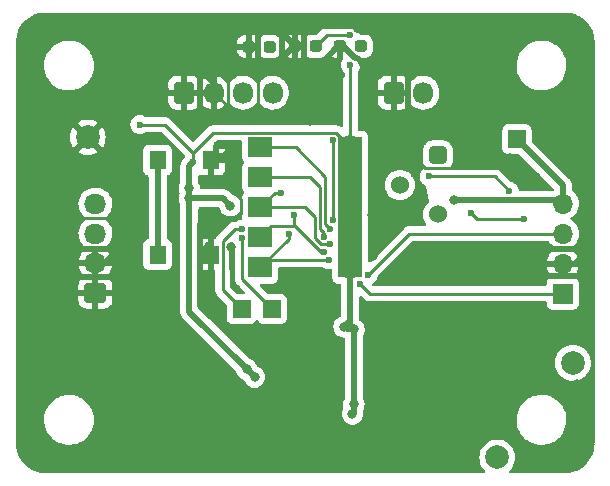
<source format=gbr>
%TF.GenerationSoftware,KiCad,Pcbnew,(6.0.11)*%
%TF.CreationDate,2024-02-10T16:43:21+09:00*%
%TF.ProjectId,Encoder,456e636f-6465-4722-9e6b-696361645f70,rev?*%
%TF.SameCoordinates,Original*%
%TF.FileFunction,Copper,L1,Top*%
%TF.FilePolarity,Positive*%
%FSLAX46Y46*%
G04 Gerber Fmt 4.6, Leading zero omitted, Abs format (unit mm)*
G04 Created by KiCad (PCBNEW (6.0.11)) date 2024-02-10 16:43:21*
%MOMM*%
%LPD*%
G01*
G04 APERTURE LIST*
G04 Aperture macros list*
%AMRoundRect*
0 Rectangle with rounded corners*
0 $1 Rounding radius*
0 $2 $3 $4 $5 $6 $7 $8 $9 X,Y pos of 4 corners*
0 Add a 4 corners polygon primitive as box body*
4,1,4,$2,$3,$4,$5,$6,$7,$8,$9,$2,$3,0*
0 Add four circle primitives for the rounded corners*
1,1,$1+$1,$2,$3*
1,1,$1+$1,$4,$5*
1,1,$1+$1,$6,$7*
1,1,$1+$1,$8,$9*
0 Add four rect primitives between the rounded corners*
20,1,$1+$1,$2,$3,$4,$5,0*
20,1,$1+$1,$4,$5,$6,$7,0*
20,1,$1+$1,$6,$7,$8,$9,0*
20,1,$1+$1,$8,$9,$2,$3,0*%
G04 Aperture macros list end*
%TA.AperFunction,ComponentPad*%
%ADD10C,2.000000*%
%TD*%
%TA.AperFunction,SMDPad,CuDef*%
%ADD11RoundRect,0.237500X-0.287500X-0.237500X0.287500X-0.237500X0.287500X0.237500X-0.287500X0.237500X0*%
%TD*%
%TA.AperFunction,ComponentPad*%
%ADD12R,1.700000X1.700000*%
%TD*%
%TA.AperFunction,ComponentPad*%
%ADD13O,1.700000X1.700000*%
%TD*%
%TA.AperFunction,SMDPad,CuDef*%
%ADD14R,1.500000X1.500000*%
%TD*%
%TA.AperFunction,SMDPad,CuDef*%
%ADD15R,1.400000X1.600000*%
%TD*%
%TA.AperFunction,SMDPad,CuDef*%
%ADD16R,2.000000X1.780000*%
%TD*%
%TA.AperFunction,ComponentPad*%
%ADD17RoundRect,0.381000X-0.381000X-0.381000X0.381000X-0.381000X0.381000X0.381000X-0.381000X0.381000X0*%
%TD*%
%TA.AperFunction,ComponentPad*%
%ADD18C,1.524000*%
%TD*%
%TA.AperFunction,ComponentPad*%
%ADD19RoundRect,0.250000X-0.600000X-0.675000X0.600000X-0.675000X0.600000X0.675000X-0.600000X0.675000X0*%
%TD*%
%TA.AperFunction,ComponentPad*%
%ADD20O,1.700000X1.850000*%
%TD*%
%TA.AperFunction,ComponentPad*%
%ADD21RoundRect,0.250000X0.675000X-0.600000X0.675000X0.600000X-0.675000X0.600000X-0.675000X-0.600000X0*%
%TD*%
%TA.AperFunction,ComponentPad*%
%ADD22O,1.850000X1.700000*%
%TD*%
%TA.AperFunction,ViaPad*%
%ADD23C,0.800000*%
%TD*%
%TA.AperFunction,ViaPad*%
%ADD24C,0.600000*%
%TD*%
%TA.AperFunction,Conductor*%
%ADD25C,2.000000*%
%TD*%
%TA.AperFunction,Conductor*%
%ADD26C,0.500000*%
%TD*%
%TA.AperFunction,Conductor*%
%ADD27C,0.250000*%
%TD*%
G04 APERTURE END LIST*
D10*
%TO.P,TP1,1,1*%
%TO.N,VDD*%
X161660000Y-108180000D03*
%TD*%
%TO.P,TP2,1,1*%
%TO.N,+3.3V*%
X155260000Y-116180000D03*
%TD*%
%TO.P,TP3,1,1*%
%TO.N,GND*%
X120580000Y-89080000D03*
%TD*%
D11*
%TO.P,D8,1,K*%
%TO.N,GND*%
X141965000Y-81360000D03*
%TO.P,D8,2,A*%
%TO.N,Net-(D8-Pad2)*%
X143715000Y-81360000D03*
%TD*%
D12*
%TO.P,J4,1,Pin_1*%
%TO.N,TCK*%
X160800000Y-102300000D03*
D13*
%TO.P,J4,2,Pin_2*%
%TO.N,GND*%
X160800000Y-99760000D03*
%TO.P,J4,3,Pin_3*%
%TO.N,TMS*%
X160800000Y-97220000D03*
%TO.P,J4,4,Pin_4*%
%TO.N,NRST*%
X160800000Y-94680000D03*
%TD*%
D14*
%TO.P,H2,1,1*%
%TO.N,Net-(H2-Pad1)*%
X133600000Y-103600000D03*
%TD*%
D11*
%TO.P,D5,1,K*%
%TO.N,GND*%
X138125000Y-81360000D03*
%TO.P,D5,2,A*%
%TO.N,Net-(D5-Pad2)*%
X139875000Y-81360000D03*
%TD*%
D14*
%TO.P,H1,1,1*%
%TO.N,Net-(H1-Pad1)*%
X136200000Y-103600000D03*
%TD*%
D15*
%TO.P,SW3,1,A*%
%TO.N,NRST*%
X126500000Y-99000000D03*
X126500000Y-91000000D03*
%TO.P,SW3,2,B*%
%TO.N,GND*%
X131000000Y-99000000D03*
X131000000Y-91000000D03*
%TD*%
D14*
%TO.P,H8,1,1*%
%TO.N,NRST*%
X156900000Y-89220000D03*
%TD*%
D16*
%TO.P,SW1,1*%
%TO.N,DIP_SW0*%
X135190000Y-89920000D03*
%TO.P,SW1,2*%
%TO.N,DIP_SW1*%
X135190000Y-92460000D03*
%TO.P,SW1,3*%
%TO.N,DIP_SW2*%
X135190000Y-95000000D03*
%TO.P,SW1,4*%
%TO.N,DIP_SW3*%
X135190000Y-97540000D03*
%TO.P,SW1,5*%
%TO.N,DIP_SW4*%
X135190000Y-100080000D03*
%TO.P,SW1,6*%
%TO.N,+3.3V*%
X142810000Y-100080000D03*
%TO.P,SW1,7*%
X142810000Y-97540000D03*
%TO.P,SW1,8*%
X142810000Y-95000000D03*
%TO.P,SW1,9*%
X142810000Y-92460000D03*
%TO.P,SW1,10*%
X142810000Y-89920000D03*
%TD*%
D11*
%TO.P,D1,1,K*%
%TO.N,GND*%
X134225000Y-81390000D03*
%TO.P,D1,2,A*%
%TO.N,Net-(D1-Pad2)*%
X135975000Y-81390000D03*
%TD*%
D17*
%TO.P,SW2,1,A*%
%TO.N,\u4E3B\u96FB\u6E90\u30B9\u30A4\u30C3\u30C1*%
X150210000Y-90610000D03*
D18*
%TO.P,SW2,2,B*%
%TO.N,/S-S*%
X147010000Y-93110000D03*
%TO.P,SW2,3,C*%
%TO.N,unconnected-(SW2-Pad3)*%
X150210000Y-95610000D03*
%TD*%
D19*
%TO.P,J2,1,Pin_1*%
%TO.N,GND*%
X128730000Y-85290000D03*
D20*
%TO.P,J2,2,Pin_2*%
X131230000Y-85290000D03*
%TO.P,J2,3,Pin_3*%
%TO.N,RS485_A*%
X133730000Y-85290000D03*
%TO.P,J2,4,Pin_4*%
%TO.N,RS485_B*%
X136230000Y-85290000D03*
%TD*%
D21*
%TO.P,J3,1,Pin_1*%
%TO.N,GND*%
X121230000Y-102220000D03*
D22*
%TO.P,J3,2,Pin_2*%
X121230000Y-99720000D03*
%TO.P,J3,3,Pin_3*%
%TO.N,RS485_A*%
X121230000Y-97220000D03*
%TO.P,J3,4,Pin_4*%
%TO.N,RS485_B*%
X121230000Y-94720000D03*
%TD*%
D19*
%TO.P,J1,1,Pin_1*%
%TO.N,GND*%
X146480000Y-85290000D03*
D20*
%TO.P,J1,2,Pin_2*%
%TO.N,/5VBAT*%
X148980000Y-85290000D03*
%TD*%
D23*
%TO.N,+3.3V*%
X143115000Y-105345000D03*
X134045000Y-108705000D03*
X142283909Y-105116091D03*
X142990000Y-112500000D03*
D24*
X125000000Y-88000000D03*
D23*
X129180000Y-93390000D03*
X129180000Y-94225402D03*
X132638805Y-94854914D03*
X143115000Y-111695000D03*
D24*
X142810000Y-82980000D03*
X129495000Y-91205000D03*
D23*
X134710000Y-109370000D03*
%TO.N,GND*%
X148320000Y-98470000D03*
X127000000Y-80000000D03*
X144720000Y-99150000D03*
X122000000Y-116000000D03*
D24*
X130090000Y-99970000D03*
D23*
X144750000Y-89320000D03*
X158200000Y-98270000D03*
X144140000Y-85170000D03*
X132750000Y-98370500D03*
D24*
X143870000Y-104310000D03*
D23*
X132880000Y-89870000D03*
X127990000Y-87160000D03*
X145450000Y-103370000D03*
X127000000Y-85000000D03*
X155300000Y-88410000D03*
X162000000Y-86000000D03*
D24*
X148180000Y-92180000D03*
D23*
X148150000Y-107670000D03*
D24*
X140590000Y-84870000D03*
D23*
X116000000Y-105000000D03*
X148630000Y-89860000D03*
X119470000Y-92910000D03*
X116000000Y-110000000D03*
X130950000Y-107580000D03*
X144650000Y-95670000D03*
X156000000Y-80000000D03*
X127810000Y-94600000D03*
X123960000Y-92330000D03*
X133650000Y-87640000D03*
D24*
X124970000Y-99040000D03*
D23*
X138530000Y-112590000D03*
X155000000Y-114000000D03*
X156000000Y-86000000D03*
D24*
X132780000Y-100030000D03*
D23*
X156000000Y-110000000D03*
X139360000Y-87700000D03*
X126130000Y-109000000D03*
X141000000Y-116000000D03*
X116000000Y-90000000D03*
X156090000Y-91780000D03*
X143890000Y-82820000D03*
X125090000Y-95320000D03*
X146180000Y-109940000D03*
X123790000Y-101840000D03*
X132000000Y-80000000D03*
X130870000Y-98300000D03*
X162980000Y-89310000D03*
X131400000Y-90640000D03*
D24*
X140500000Y-100550000D03*
D23*
X152700000Y-99590000D03*
X162940000Y-95910000D03*
X160590000Y-104330000D03*
X152500000Y-107720000D03*
X140630000Y-101960000D03*
D24*
X143690000Y-88020000D03*
D23*
X122000000Y-80000000D03*
X144920000Y-93100000D03*
X141720000Y-86810000D03*
X129000000Y-110000000D03*
D24*
X131200000Y-102600000D03*
D23*
X134260000Y-107150000D03*
D24*
X142070000Y-83770000D03*
D23*
X148140000Y-103370000D03*
X134420000Y-111190000D03*
X122960000Y-95760000D03*
X146000000Y-80000000D03*
X151000000Y-80000000D03*
X119300000Y-97200000D03*
X148350000Y-95850000D03*
X129000000Y-116000000D03*
X135000000Y-116000000D03*
X132780000Y-105760000D03*
D24*
X141720000Y-103050000D03*
X138900000Y-80320000D03*
D23*
X145370000Y-101200000D03*
X162000000Y-80000000D03*
X153000000Y-117000000D03*
D24*
X130090000Y-96870000D03*
D23*
X116000000Y-95000000D03*
X130510000Y-95990000D03*
X157000000Y-117000000D03*
X116000000Y-85000000D03*
X150300000Y-100690000D03*
X127570000Y-100680000D03*
X116000000Y-100000000D03*
X122000000Y-110000000D03*
X139270000Y-100520000D03*
D24*
X158590000Y-92330000D03*
D23*
X156360000Y-90810000D03*
D24*
X142090000Y-78830000D03*
D23*
X148000000Y-116000000D03*
X162000000Y-116000000D03*
X116000000Y-80000000D03*
X135030000Y-83870000D03*
X127960000Y-103530000D03*
D24*
X134800000Y-105200000D03*
D23*
X122000000Y-105000000D03*
X162000000Y-110000000D03*
D24*
X136970000Y-78870000D03*
D23*
X129180000Y-105970000D03*
X116000000Y-116000000D03*
D24*
X138200000Y-105600000D03*
D23*
X162000000Y-92420000D03*
X122000000Y-85000000D03*
X131240000Y-104260000D03*
X146200000Y-106430000D03*
D24*
X130090000Y-101600000D03*
D23*
X139810000Y-107900000D03*
D24*
X133200000Y-101800000D03*
D23*
X137770000Y-86210000D03*
D24*
%TO.N,VDD*%
X156270000Y-93620500D03*
X149490000Y-92390000D03*
D23*
%TO.N,NRST*%
X151600498Y-94370000D03*
X126500000Y-99000000D03*
D24*
%TO.N,Net-(D1-Pad2)*%
X135975000Y-81390000D03*
%TO.N,Net-(D5-Pad2)*%
X142784377Y-80401464D03*
%TO.N,Net-(D8-Pad2)*%
X143715000Y-81360000D03*
%TO.N,TCK*%
X143606546Y-101469502D03*
%TO.N,TMS*%
X144309502Y-100732191D03*
%TO.N,DIP_SW0*%
X135190000Y-89920000D03*
X141107296Y-96850500D03*
%TO.N,DIP_SW1*%
X140575719Y-97508982D03*
X135391589Y-92258411D03*
%TO.N,MonitorLED0*%
X141310498Y-89329500D03*
X141310500Y-96077254D03*
%TO.N,DIP_SW2*%
X136926589Y-93793411D03*
X141065011Y-98141865D03*
%TO.N,DIP_SW3*%
X140556102Y-98758482D03*
X138064500Y-95624500D03*
%TO.N,DIP_SW4*%
X137597804Y-97234500D03*
X140990000Y-99430000D03*
%TO.N,Net-(H1-Pad1)*%
X133669487Y-97639502D03*
%TO.N,Net-(H2-Pad1)*%
X133670000Y-96840000D03*
%TO.N,Net-(C1-Pad2)*%
X152990000Y-95460000D03*
X157500000Y-95980000D03*
%TD*%
D25*
%TO.N,+3.3V*%
X142810000Y-89920000D02*
X142810000Y-100080000D01*
D26*
X142283909Y-105116091D02*
X142810000Y-104590000D01*
X142810000Y-104020000D02*
X142810000Y-97540000D01*
D27*
X127090000Y-88000000D02*
X125000000Y-88000000D01*
X129495000Y-90405000D02*
X131195000Y-88705000D01*
D26*
X143115000Y-105345000D02*
X142512818Y-105345000D01*
D27*
X142810000Y-82980000D02*
X142810000Y-89920000D01*
D26*
X132009293Y-94225402D02*
X129180000Y-94225402D01*
X143115000Y-105345000D02*
X143115000Y-111695000D01*
X143115000Y-112375000D02*
X142990000Y-112500000D01*
X142886091Y-105116091D02*
X143115000Y-105345000D01*
X129180000Y-94225402D02*
X129180000Y-93390000D01*
D27*
X141595000Y-88705000D02*
X142810000Y-89920000D01*
D26*
X132638805Y-94854914D02*
X132009293Y-94225402D01*
X143115000Y-105345000D02*
X142810000Y-105040000D01*
D27*
X131195000Y-88705000D02*
X141595000Y-88705000D01*
D26*
X134045000Y-108705000D02*
X134710000Y-109370000D01*
X129180000Y-94225402D02*
X129180000Y-103840000D01*
X142810000Y-104590000D02*
X142810000Y-104020000D01*
X129180000Y-103840000D02*
X134045000Y-108705000D01*
X129180000Y-91520000D02*
X129495000Y-91205000D01*
D27*
X129495000Y-90405000D02*
X127090000Y-88000000D01*
D26*
X129180000Y-94225402D02*
X129180000Y-91520000D01*
X143115000Y-111695000D02*
X143115000Y-112375000D01*
X142283909Y-105116091D02*
X142886091Y-105116091D01*
X142512818Y-105345000D02*
X142283909Y-105116091D01*
D27*
X129495000Y-91205000D02*
X129495000Y-90405000D01*
D26*
X142810000Y-105040000D02*
X142810000Y-104020000D01*
%TO.N,GND*%
X135000000Y-83840000D02*
X135000000Y-81590000D01*
X130980000Y-104260000D02*
X130090000Y-103370000D01*
X141770000Y-81360000D02*
X140210000Y-82920000D01*
X159870000Y-98520000D02*
X161800000Y-98520000D01*
D27*
X132420000Y-83700000D02*
X132420000Y-86410000D01*
D26*
X137060000Y-82320000D02*
X137700000Y-82960000D01*
X119090000Y-99330000D02*
X119090000Y-98860000D01*
X130510000Y-95990000D02*
X130090000Y-96410000D01*
D27*
X132880000Y-93610000D02*
X133560000Y-94290000D01*
D26*
X138920000Y-82920000D02*
X138900000Y-82900000D01*
X132110000Y-90640000D02*
X132880000Y-89870000D01*
X132810000Y-89800000D02*
X132880000Y-89870000D01*
X122510000Y-98350000D02*
X122970000Y-98810000D01*
X138938536Y-79651464D02*
X143095038Y-79651464D01*
D27*
X132420000Y-86410000D02*
X131300000Y-85290000D01*
D26*
X135000000Y-81590000D02*
X135000000Y-80100000D01*
X119950000Y-98470000D02*
X120000000Y-98520000D01*
X132780000Y-100030000D02*
X132780000Y-98400500D01*
X159620000Y-98270000D02*
X159870000Y-98520000D01*
X138125000Y-81360000D02*
X138880000Y-81360000D01*
X137468536Y-79651464D02*
X138938536Y-79651464D01*
X130320000Y-83570000D02*
X131230000Y-84480000D01*
X138900000Y-79690000D02*
X138938536Y-79651464D01*
D27*
X156007000Y-91697000D02*
X156090000Y-91780000D01*
D26*
X130090000Y-96870000D02*
X130090000Y-99970000D01*
X130100000Y-86970000D02*
X130100000Y-83790000D01*
X134900000Y-80000000D02*
X132000000Y-80000000D01*
X135000000Y-80100000D02*
X134900000Y-80000000D01*
X131230000Y-84480000D02*
X131230000Y-85290000D01*
X130090000Y-96410000D02*
X130090000Y-96870000D01*
X137060000Y-82320000D02*
X137060000Y-80140000D01*
X131400000Y-90640000D02*
X131400000Y-89800000D01*
D27*
X149127000Y-91697000D02*
X156007000Y-91697000D01*
D26*
X140210000Y-82920000D02*
X138920000Y-82920000D01*
X131400000Y-90640000D02*
X132110000Y-90640000D01*
X158200000Y-98270000D02*
X158200000Y-99480000D01*
X134225000Y-81390000D02*
X134800000Y-81390000D01*
X130100000Y-83790000D02*
X130320000Y-83570000D01*
X145600000Y-83310000D02*
X147510000Y-83310000D01*
X138900000Y-81340000D02*
X138900000Y-80320000D01*
D27*
X135030000Y-86620000D02*
X134010000Y-87640000D01*
D26*
X147680000Y-83480000D02*
X147680000Y-85410000D01*
X119540000Y-102220000D02*
X121230000Y-102220000D01*
X159560000Y-100840000D02*
X162580000Y-100840000D01*
D27*
X132880000Y-89870000D02*
X132880000Y-93610000D01*
X131300000Y-85290000D02*
X131230000Y-85290000D01*
D26*
X162620000Y-96230000D02*
X162940000Y-95910000D01*
X137020000Y-80100000D02*
X137020000Y-80255000D01*
X121170000Y-98520000D02*
X122340000Y-98520000D01*
X123470000Y-101840000D02*
X122530000Y-100900000D01*
X142217728Y-81360000D02*
X143177728Y-82320000D01*
X143420000Y-80000000D02*
X146000000Y-80000000D01*
X162420000Y-99140000D02*
X161800000Y-99760000D01*
X138900000Y-82900000D02*
X138900000Y-81340000D01*
D27*
X135030000Y-83870000D02*
X135030000Y-86620000D01*
D26*
X143420000Y-79976426D02*
X143420000Y-80000000D01*
X137020000Y-80255000D02*
X138125000Y-81360000D01*
X119090000Y-101110000D02*
X119090000Y-101770000D01*
X122340000Y-98520000D02*
X122510000Y-98350000D01*
X144810000Y-87000000D02*
X144810000Y-84100000D01*
D27*
X133560000Y-95590000D02*
X133160000Y-95990000D01*
D26*
X132780000Y-98400500D02*
X132750000Y-98370500D01*
D27*
X130320000Y-83570000D02*
X132290000Y-83570000D01*
D26*
X119090000Y-98860000D02*
X119480000Y-98470000D01*
D27*
X132290000Y-83570000D02*
X132420000Y-83700000D01*
D26*
X158200000Y-99480000D02*
X159560000Y-100840000D01*
X119480000Y-98470000D02*
X119950000Y-98470000D01*
X161800000Y-99760000D02*
X160800000Y-99760000D01*
D27*
X122960000Y-95760000D02*
X122825000Y-95895000D01*
D26*
X144810000Y-84100000D02*
X145600000Y-83310000D01*
D27*
X133650000Y-87640000D02*
X132420000Y-86410000D01*
D26*
X147680000Y-87000000D02*
X144810000Y-87000000D01*
D27*
X133160000Y-95990000D02*
X130510000Y-95990000D01*
X116895000Y-95895000D02*
X116000000Y-95000000D01*
D26*
X162580000Y-100840000D02*
X162870000Y-100550000D01*
X131240000Y-104260000D02*
X130980000Y-104260000D01*
X162620000Y-100050000D02*
X162620000Y-96230000D01*
D27*
X148630000Y-91200000D02*
X149127000Y-91697000D01*
D26*
X134800000Y-81390000D02*
X135000000Y-81590000D01*
X119090000Y-101770000D02*
X119540000Y-102220000D01*
X127990000Y-87160000D02*
X129910000Y-87160000D01*
X143177728Y-82320000D02*
X143390000Y-82320000D01*
X122060000Y-99720000D02*
X121230000Y-99720000D01*
X138880000Y-81360000D02*
X138900000Y-81340000D01*
X121230000Y-99720000D02*
X119480000Y-99720000D01*
X162870000Y-100550000D02*
X162870000Y-100300000D01*
X130090000Y-99970000D02*
X130090000Y-101600000D01*
X147680000Y-85410000D02*
X147680000Y-87000000D01*
X119480000Y-99720000D02*
X119090000Y-99330000D01*
D27*
X122825000Y-95895000D02*
X116895000Y-95895000D01*
X148630000Y-89860000D02*
X148630000Y-91200000D01*
D26*
X129910000Y-87160000D02*
X130100000Y-86970000D01*
X161800000Y-98520000D02*
X162420000Y-99140000D01*
X138900000Y-80320000D02*
X138900000Y-79690000D01*
X162870000Y-100300000D02*
X162620000Y-100050000D01*
X121170000Y-98520000D02*
X121170000Y-99660000D01*
X137020000Y-80100000D02*
X137468536Y-79651464D01*
X121170000Y-99660000D02*
X121230000Y-99720000D01*
D27*
X134010000Y-87640000D02*
X133650000Y-87640000D01*
D26*
X119300000Y-100900000D02*
X119090000Y-101110000D01*
X143390000Y-82320000D02*
X143890000Y-82820000D01*
X146480000Y-85290000D02*
X147560000Y-85290000D01*
X138020000Y-81360000D02*
X137060000Y-82320000D01*
X147560000Y-85290000D02*
X147680000Y-85410000D01*
X137700000Y-82960000D02*
X138880000Y-82960000D01*
X120000000Y-98520000D02*
X121170000Y-98520000D01*
X143095038Y-79651464D02*
X143420000Y-79976426D01*
X147510000Y-83310000D02*
X147680000Y-83480000D01*
X138880000Y-82960000D02*
X138920000Y-82920000D01*
X122530000Y-100900000D02*
X119300000Y-100900000D01*
X135030000Y-83870000D02*
X135000000Y-83840000D01*
X122970000Y-98810000D02*
X122060000Y-99720000D01*
X131400000Y-89800000D02*
X132810000Y-89800000D01*
X123790000Y-101840000D02*
X123470000Y-101840000D01*
D27*
X133560000Y-94290000D02*
X133560000Y-95590000D01*
D26*
X130090000Y-103370000D02*
X130090000Y-101600000D01*
X158200000Y-98270000D02*
X159620000Y-98270000D01*
X137060000Y-80140000D02*
X137020000Y-80100000D01*
D27*
%TO.N,VDD*%
X155039500Y-92390000D02*
X156270000Y-93620500D01*
X149490000Y-92390000D02*
X155039500Y-92390000D01*
D26*
%TO.N,NRST*%
X160490000Y-94370000D02*
X160800000Y-94680000D01*
X156900000Y-89220000D02*
X160800000Y-93120000D01*
X160800000Y-93120000D02*
X160800000Y-94680000D01*
X151600498Y-94370000D02*
X160490000Y-94370000D01*
X126500000Y-91000000D02*
X126500000Y-99000000D01*
D27*
%TO.N,Net-(D5-Pad2)*%
X140833536Y-80401464D02*
X142784377Y-80401464D01*
X139875000Y-81360000D02*
X140833536Y-80401464D01*
%TO.N,TCK*%
X160800000Y-102300000D02*
X144437044Y-102300000D01*
X144437044Y-102300000D02*
X143606546Y-101469502D01*
%TO.N,TMS*%
X147821693Y-97220000D02*
X144309502Y-100732191D01*
X160800000Y-97220000D02*
X147821693Y-97220000D01*
%TO.N,DIP_SW0*%
X138210000Y-89920000D02*
X135190000Y-89920000D01*
X141107296Y-96850500D02*
X140685500Y-96428704D01*
X140685500Y-96428704D02*
X140685500Y-92395500D01*
X140685500Y-92395500D02*
X138210000Y-89920000D01*
%TO.N,DIP_SW1*%
X140235500Y-96862588D02*
X140235500Y-93305500D01*
X140575719Y-97202807D02*
X140235500Y-96862588D01*
X140575719Y-97508982D02*
X140575719Y-97202807D01*
X139390000Y-92460000D02*
X135190000Y-92460000D01*
X140235500Y-93305500D02*
X139390000Y-92460000D01*
%TO.N,MonitorLED0*%
X141310500Y-89329502D02*
X141310500Y-96077254D01*
X141310498Y-89329500D02*
X141310500Y-89329502D01*
%TO.N,DIP_SW2*%
X139785500Y-95788292D02*
X138997208Y-95000000D01*
X140316835Y-98133982D02*
X139785500Y-97602647D01*
X136396589Y-93793411D02*
X135190000Y-95000000D01*
X141065011Y-98141865D02*
X141057128Y-98133982D01*
X139785500Y-97602647D02*
X139785500Y-95788292D01*
X136926589Y-93793411D02*
X136396589Y-93793411D01*
X141057128Y-98133982D02*
X140316835Y-98133982D01*
X138997208Y-95000000D02*
X135190000Y-95000000D01*
%TO.N,DIP_SW3*%
X136120000Y-96610000D02*
X138156458Y-96610000D01*
X138064500Y-95624500D02*
X138064500Y-96518042D01*
X140304939Y-98758482D02*
X139608229Y-98061771D01*
X140556102Y-98758482D02*
X140304939Y-98758482D01*
X138064500Y-96518042D02*
X139608229Y-98061771D01*
X135190000Y-97540000D02*
X136120000Y-96610000D01*
%TO.N,DIP_SW4*%
X137597804Y-97234500D02*
X137597804Y-97672196D01*
X140990000Y-99430000D02*
X135840000Y-99430000D01*
X135840000Y-99430000D02*
X135190000Y-100080000D01*
X137597804Y-97672196D02*
X135190000Y-100080000D01*
%TO.N,Net-(H1-Pad1)*%
X133669487Y-101069487D02*
X133669487Y-97639502D01*
X136200000Y-103600000D02*
X133669487Y-101069487D01*
%TO.N,Net-(H2-Pad1)*%
X132025000Y-102025000D02*
X133600000Y-103600000D01*
X133670000Y-96840000D02*
X133040000Y-96840000D01*
X133040000Y-96840000D02*
X132025000Y-97855000D01*
X132025000Y-97855000D02*
X132025000Y-102025000D01*
%TO.N,Net-(C1-Pad2)*%
X152990000Y-95460000D02*
X153510000Y-95980000D01*
X153510000Y-95980000D02*
X157500000Y-95980000D01*
%TD*%
%TA.AperFunction,Conductor*%
%TO.N,GND*%
G36*
X160970018Y-78510000D02*
G01*
X160984851Y-78512310D01*
X160984855Y-78512310D01*
X160993724Y-78513691D01*
X161010923Y-78511442D01*
X161034863Y-78510609D01*
X161292710Y-78526206D01*
X161307814Y-78528040D01*
X161379786Y-78541229D01*
X161588760Y-78579525D01*
X161603526Y-78583164D01*
X161876231Y-78668142D01*
X161890445Y-78673534D01*
X162108223Y-78771547D01*
X162150906Y-78790757D01*
X162164379Y-78797828D01*
X162408813Y-78945595D01*
X162421334Y-78954238D01*
X162646171Y-79130385D01*
X162657560Y-79140475D01*
X162859525Y-79342440D01*
X162869615Y-79353829D01*
X163045762Y-79578666D01*
X163054405Y-79591187D01*
X163202172Y-79835621D01*
X163209242Y-79849092D01*
X163326466Y-80109555D01*
X163331858Y-80123769D01*
X163413828Y-80386819D01*
X163416836Y-80396473D01*
X163420475Y-80411240D01*
X163447595Y-80559230D01*
X163471960Y-80692186D01*
X163473794Y-80707290D01*
X163488953Y-80957904D01*
X163487692Y-80984716D01*
X163487690Y-80984852D01*
X163486309Y-80993724D01*
X163487473Y-81002626D01*
X163487473Y-81002628D01*
X163490436Y-81025283D01*
X163491500Y-81041621D01*
X163491500Y-114950633D01*
X163490000Y-114970018D01*
X163487690Y-114984851D01*
X163487690Y-114984855D01*
X163486309Y-114993724D01*
X163488558Y-115010919D01*
X163489391Y-115034863D01*
X163473794Y-115292710D01*
X163471960Y-115307814D01*
X163420477Y-115588754D01*
X163416836Y-115603527D01*
X163331859Y-115876227D01*
X163326466Y-115890445D01*
X163209243Y-116150906D01*
X163202172Y-116164379D01*
X163054405Y-116408813D01*
X163045762Y-116421334D01*
X162869615Y-116646171D01*
X162859525Y-116657560D01*
X162657560Y-116859525D01*
X162646172Y-116869614D01*
X162608889Y-116898824D01*
X162421334Y-117045762D01*
X162408813Y-117054405D01*
X162164379Y-117202172D01*
X162150908Y-117209242D01*
X161890445Y-117326466D01*
X161876231Y-117331858D01*
X161657122Y-117400135D01*
X161603527Y-117416836D01*
X161588760Y-117420475D01*
X161379786Y-117458771D01*
X161307814Y-117471960D01*
X161292710Y-117473794D01*
X161042096Y-117488953D01*
X161015284Y-117487692D01*
X161015148Y-117487690D01*
X161006276Y-117486309D01*
X160997374Y-117487473D01*
X160997372Y-117487473D01*
X160982707Y-117489391D01*
X160974714Y-117490436D01*
X160958379Y-117491500D01*
X156388711Y-117491500D01*
X156320590Y-117471498D01*
X156274097Y-117417842D01*
X156263993Y-117347568D01*
X156293487Y-117282988D01*
X156306880Y-117269689D01*
X156326213Y-117253177D01*
X156329969Y-117249969D01*
X156484176Y-117069416D01*
X156486755Y-117065208D01*
X156486759Y-117065202D01*
X156605654Y-116871183D01*
X156608240Y-116866963D01*
X156699105Y-116647594D01*
X156754535Y-116416711D01*
X156773165Y-116180000D01*
X156754535Y-115943289D01*
X156741851Y-115890454D01*
X156700260Y-115717218D01*
X156699105Y-115712406D01*
X156697211Y-115707833D01*
X156610135Y-115497611D01*
X156610133Y-115497607D01*
X156608240Y-115493037D01*
X156605654Y-115488817D01*
X156486759Y-115294798D01*
X156486755Y-115294792D01*
X156484176Y-115290584D01*
X156329969Y-115110031D01*
X156149416Y-114955824D01*
X156145208Y-114953245D01*
X156145202Y-114953241D01*
X155951183Y-114834346D01*
X155946963Y-114831760D01*
X155942393Y-114829867D01*
X155942389Y-114829865D01*
X155732167Y-114742789D01*
X155732165Y-114742788D01*
X155727594Y-114740895D01*
X155607542Y-114712073D01*
X155501524Y-114686620D01*
X155501518Y-114686619D01*
X155496711Y-114685465D01*
X155260000Y-114666835D01*
X155023289Y-114685465D01*
X155018482Y-114686619D01*
X155018476Y-114686620D01*
X154912458Y-114712073D01*
X154792406Y-114740895D01*
X154787835Y-114742788D01*
X154787833Y-114742789D01*
X154577611Y-114829865D01*
X154577607Y-114829867D01*
X154573037Y-114831760D01*
X154568817Y-114834346D01*
X154374798Y-114953241D01*
X154374792Y-114953245D01*
X154370584Y-114955824D01*
X154190031Y-115110031D01*
X154035824Y-115290584D01*
X154033245Y-115294792D01*
X154033241Y-115294798D01*
X153914346Y-115488817D01*
X153911760Y-115493037D01*
X153909867Y-115497607D01*
X153909865Y-115497611D01*
X153822789Y-115707833D01*
X153820895Y-115712406D01*
X153819740Y-115717218D01*
X153778150Y-115890454D01*
X153765465Y-115943289D01*
X153746835Y-116180000D01*
X153765465Y-116416711D01*
X153820895Y-116647594D01*
X153911760Y-116866963D01*
X153914346Y-116871183D01*
X154033241Y-117065202D01*
X154033245Y-117065208D01*
X154035824Y-117069416D01*
X154190031Y-117249969D01*
X154193787Y-117253177D01*
X154213120Y-117269689D01*
X154251929Y-117329140D01*
X154252435Y-117400135D01*
X154214479Y-117460133D01*
X154150110Y-117490086D01*
X154131289Y-117491500D01*
X117049367Y-117491500D01*
X117029982Y-117490000D01*
X117015149Y-117487690D01*
X117015145Y-117487690D01*
X117006276Y-117486309D01*
X116989077Y-117488558D01*
X116965137Y-117489391D01*
X116707290Y-117473794D01*
X116692186Y-117471960D01*
X116620214Y-117458771D01*
X116411240Y-117420475D01*
X116396473Y-117416836D01*
X116342878Y-117400135D01*
X116123769Y-117331858D01*
X116109555Y-117326466D01*
X115849092Y-117209242D01*
X115835621Y-117202172D01*
X115591187Y-117054405D01*
X115578666Y-117045762D01*
X115391111Y-116898824D01*
X115353828Y-116869614D01*
X115342440Y-116859525D01*
X115140475Y-116657560D01*
X115130385Y-116646171D01*
X114954238Y-116421334D01*
X114945595Y-116408813D01*
X114797828Y-116164379D01*
X114790757Y-116150906D01*
X114673534Y-115890445D01*
X114668141Y-115876227D01*
X114583164Y-115603527D01*
X114579523Y-115588754D01*
X114528040Y-115307814D01*
X114526206Y-115292710D01*
X114511269Y-115045768D01*
X114512520Y-115022216D01*
X114512334Y-115022199D01*
X114512769Y-115017350D01*
X114513576Y-115012552D01*
X114513729Y-115000000D01*
X114509773Y-114972376D01*
X114508500Y-114954514D01*
X114508500Y-112977869D01*
X116886689Y-112977869D01*
X116886936Y-112982153D01*
X116886936Y-112982154D01*
X116890095Y-113036944D01*
X116903238Y-113264883D01*
X116904063Y-113269088D01*
X116904064Y-113269096D01*
X116931145Y-113407128D01*
X116958586Y-113546995D01*
X116959973Y-113551045D01*
X116959974Y-113551050D01*
X117035557Y-113771807D01*
X117051710Y-113818986D01*
X117053637Y-113822817D01*
X117141310Y-113997135D01*
X117180885Y-114075822D01*
X117343721Y-114312750D01*
X117537206Y-114525388D01*
X117540501Y-114528143D01*
X117540502Y-114528144D01*
X117728193Y-114685077D01*
X117757759Y-114709798D01*
X118001298Y-114862571D01*
X118263318Y-114980877D01*
X118267437Y-114982097D01*
X118534857Y-115061311D01*
X118534862Y-115061312D01*
X118538970Y-115062529D01*
X118543204Y-115063177D01*
X118543209Y-115063178D01*
X118791811Y-115101219D01*
X118823153Y-115106015D01*
X118969485Y-115108314D01*
X119106317Y-115110464D01*
X119106323Y-115110464D01*
X119110608Y-115110531D01*
X119114860Y-115110016D01*
X119114868Y-115110016D01*
X119391756Y-115076508D01*
X119391761Y-115076507D01*
X119396017Y-115075992D01*
X119565896Y-115031425D01*
X119669954Y-115004126D01*
X119669955Y-115004126D01*
X119674097Y-115003039D01*
X119939704Y-114893021D01*
X120187922Y-114747974D01*
X120414159Y-114570582D01*
X120455285Y-114528144D01*
X120611244Y-114367206D01*
X120614227Y-114364128D01*
X120616760Y-114360680D01*
X120616764Y-114360675D01*
X120781887Y-114135886D01*
X120784425Y-114132431D01*
X120921604Y-113879779D01*
X121023225Y-113610848D01*
X121078348Y-113370166D01*
X121086449Y-113334797D01*
X121086450Y-113334793D01*
X121087407Y-113330613D01*
X121090693Y-113293803D01*
X121112743Y-113046726D01*
X121112743Y-113046724D01*
X121112963Y-113044260D01*
X121113427Y-113000000D01*
X121105061Y-112877279D01*
X121094165Y-112717452D01*
X121094164Y-112717446D01*
X121093873Y-112713175D01*
X121089336Y-112691264D01*
X121036443Y-112435855D01*
X121035574Y-112431658D01*
X120939607Y-112160657D01*
X120812545Y-111914479D01*
X120809715Y-111908995D01*
X120809715Y-111908994D01*
X120807750Y-111905188D01*
X120797924Y-111891206D01*
X120644904Y-111673482D01*
X120642441Y-111669977D01*
X120446740Y-111459378D01*
X120224268Y-111277287D01*
X119979142Y-111127073D01*
X119961048Y-111119130D01*
X119719830Y-111013243D01*
X119715898Y-111011517D01*
X119689963Y-111004129D01*
X119443534Y-110933932D01*
X119443535Y-110933932D01*
X119439406Y-110932756D01*
X119226704Y-110902485D01*
X119159036Y-110892854D01*
X119159034Y-110892854D01*
X119154784Y-110892249D01*
X119150495Y-110892227D01*
X119150488Y-110892226D01*
X118871583Y-110890765D01*
X118871576Y-110890765D01*
X118867297Y-110890743D01*
X118863053Y-110891302D01*
X118863049Y-110891302D01*
X118737660Y-110907810D01*
X118582266Y-110928268D01*
X118578126Y-110929401D01*
X118578124Y-110929401D01*
X118501311Y-110950415D01*
X118304964Y-111004129D01*
X118301016Y-111005813D01*
X118044476Y-111115237D01*
X118044472Y-111115239D01*
X118040524Y-111116923D01*
X117971888Y-111158001D01*
X117797521Y-111262357D01*
X117797517Y-111262360D01*
X117793839Y-111264561D01*
X117569472Y-111444313D01*
X117371577Y-111652851D01*
X117203814Y-111886317D01*
X117069288Y-112140392D01*
X116970489Y-112410373D01*
X116909245Y-112691264D01*
X116908909Y-112695534D01*
X116887196Y-112971428D01*
X116887195Y-112971428D01*
X116887196Y-112971430D01*
X116886689Y-112977869D01*
X114508500Y-112977869D01*
X114508500Y-102867095D01*
X119797001Y-102867095D01*
X119797338Y-102873614D01*
X119807257Y-102969206D01*
X119810149Y-102982600D01*
X119861588Y-103136784D01*
X119867761Y-103149962D01*
X119953063Y-103287807D01*
X119962099Y-103299208D01*
X120076829Y-103413739D01*
X120088240Y-103422751D01*
X120226243Y-103507816D01*
X120239424Y-103513963D01*
X120393710Y-103565138D01*
X120407086Y-103568005D01*
X120501438Y-103577672D01*
X120507854Y-103578000D01*
X120957885Y-103578000D01*
X120973124Y-103573525D01*
X120974329Y-103572135D01*
X120976000Y-103564452D01*
X120976000Y-103559884D01*
X121484000Y-103559884D01*
X121488475Y-103575123D01*
X121489865Y-103576328D01*
X121497548Y-103577999D01*
X121952095Y-103577999D01*
X121958614Y-103577662D01*
X122054206Y-103567743D01*
X122067600Y-103564851D01*
X122221784Y-103513412D01*
X122234962Y-103507239D01*
X122372807Y-103421937D01*
X122384208Y-103412901D01*
X122498739Y-103298171D01*
X122507751Y-103286760D01*
X122592816Y-103148757D01*
X122598963Y-103135576D01*
X122650138Y-102981290D01*
X122653005Y-102967914D01*
X122662672Y-102873562D01*
X122663000Y-102867146D01*
X122663000Y-102492115D01*
X122658525Y-102476876D01*
X122657135Y-102475671D01*
X122649452Y-102474000D01*
X121502115Y-102474000D01*
X121486876Y-102478475D01*
X121485671Y-102479865D01*
X121484000Y-102487548D01*
X121484000Y-103559884D01*
X120976000Y-103559884D01*
X120976000Y-102492115D01*
X120971525Y-102476876D01*
X120970135Y-102475671D01*
X120962452Y-102474000D01*
X119815116Y-102474000D01*
X119799877Y-102478475D01*
X119798672Y-102479865D01*
X119797001Y-102487548D01*
X119797001Y-102867095D01*
X114508500Y-102867095D01*
X114508500Y-101947885D01*
X119797000Y-101947885D01*
X119801475Y-101963124D01*
X119802865Y-101964329D01*
X119810548Y-101966000D01*
X120957885Y-101966000D01*
X120973124Y-101961525D01*
X120974329Y-101960135D01*
X120976000Y-101952452D01*
X120976000Y-101947885D01*
X121484000Y-101947885D01*
X121488475Y-101963124D01*
X121489865Y-101964329D01*
X121497548Y-101966000D01*
X122644884Y-101966000D01*
X122660123Y-101961525D01*
X122661328Y-101960135D01*
X122662999Y-101952452D01*
X122662999Y-101572905D01*
X122662662Y-101566386D01*
X122652743Y-101470794D01*
X122649851Y-101457400D01*
X122598412Y-101303216D01*
X122592239Y-101290038D01*
X122506937Y-101152193D01*
X122497901Y-101140792D01*
X122383171Y-101026261D01*
X122371760Y-101017249D01*
X122231846Y-100931005D01*
X122184353Y-100878233D01*
X122172929Y-100808161D01*
X122201203Y-100743037D01*
X122210990Y-100732576D01*
X122321900Y-100626772D01*
X122328941Y-100618814D01*
X122460141Y-100442475D01*
X122465745Y-100433438D01*
X122565357Y-100237516D01*
X122569357Y-100227665D01*
X122634534Y-100017760D01*
X122636817Y-100007376D01*
X122638861Y-99991957D01*
X122636665Y-99977793D01*
X122623478Y-99974000D01*
X121502115Y-99974000D01*
X121486876Y-99978475D01*
X121485671Y-99979865D01*
X121484000Y-99987548D01*
X121484000Y-101947885D01*
X120976000Y-101947885D01*
X120976000Y-99992115D01*
X120971525Y-99976876D01*
X120970135Y-99975671D01*
X120962452Y-99974000D01*
X119838808Y-99974000D01*
X119825277Y-99977973D01*
X119823752Y-99988580D01*
X119848477Y-100106421D01*
X119851537Y-100116617D01*
X119932263Y-100321029D01*
X119936994Y-100330561D01*
X120051016Y-100518462D01*
X120057280Y-100527052D01*
X120201327Y-100693052D01*
X120208956Y-100700470D01*
X120240978Y-100726726D01*
X120280973Y-100785385D01*
X120282906Y-100856355D01*
X120246162Y-100917104D01*
X120227391Y-100931305D01*
X120087193Y-101018063D01*
X120075792Y-101027099D01*
X119961261Y-101141829D01*
X119952249Y-101153240D01*
X119867184Y-101291243D01*
X119861037Y-101304424D01*
X119809862Y-101458710D01*
X119806995Y-101472086D01*
X119797328Y-101566438D01*
X119797000Y-101572855D01*
X119797000Y-101947885D01*
X114508500Y-101947885D01*
X114508500Y-99848134D01*
X125291500Y-99848134D01*
X125298255Y-99910316D01*
X125349385Y-100046705D01*
X125436739Y-100163261D01*
X125553295Y-100250615D01*
X125689684Y-100301745D01*
X125751866Y-100308500D01*
X127248134Y-100308500D01*
X127310316Y-100301745D01*
X127446705Y-100250615D01*
X127563261Y-100163261D01*
X127650615Y-100046705D01*
X127701745Y-99910316D01*
X127708500Y-99848134D01*
X127708500Y-98151866D01*
X127701745Y-98089684D01*
X127650615Y-97953295D01*
X127563261Y-97836739D01*
X127446705Y-97749385D01*
X127385534Y-97726453D01*
X127340270Y-97709484D01*
X127283506Y-97666842D01*
X127258806Y-97600281D01*
X127258500Y-97591502D01*
X127258500Y-92408498D01*
X127278502Y-92340377D01*
X127332158Y-92293884D01*
X127340270Y-92290516D01*
X127438297Y-92253767D01*
X127446705Y-92250615D01*
X127563261Y-92163261D01*
X127650615Y-92046705D01*
X127701745Y-91910316D01*
X127708500Y-91848134D01*
X127708500Y-90151866D01*
X127701745Y-90089684D01*
X127650615Y-89953295D01*
X127563261Y-89836739D01*
X127446705Y-89749385D01*
X127310316Y-89698255D01*
X127248134Y-89691500D01*
X125751866Y-89691500D01*
X125689684Y-89698255D01*
X125553295Y-89749385D01*
X125436739Y-89836739D01*
X125349385Y-89953295D01*
X125298255Y-90089684D01*
X125291500Y-90151866D01*
X125291500Y-91848134D01*
X125298255Y-91910316D01*
X125349385Y-92046705D01*
X125436739Y-92163261D01*
X125553295Y-92250615D01*
X125561703Y-92253767D01*
X125659730Y-92290516D01*
X125716494Y-92333158D01*
X125741194Y-92399719D01*
X125741500Y-92408498D01*
X125741500Y-97591502D01*
X125721498Y-97659623D01*
X125667842Y-97706116D01*
X125659730Y-97709484D01*
X125614466Y-97726453D01*
X125553295Y-97749385D01*
X125436739Y-97836739D01*
X125349385Y-97953295D01*
X125298255Y-98089684D01*
X125291500Y-98151866D01*
X125291500Y-99848134D01*
X114508500Y-99848134D01*
X114508500Y-97155774D01*
X119793102Y-97155774D01*
X119801751Y-97386158D01*
X119849093Y-97611791D01*
X119851051Y-97616750D01*
X119851052Y-97616752D01*
X119900547Y-97742079D01*
X119933776Y-97826221D01*
X119936543Y-97830780D01*
X119936544Y-97830783D01*
X120012928Y-97956659D01*
X120053377Y-98023317D01*
X120056874Y-98027347D01*
X120178804Y-98167859D01*
X120204477Y-98197445D01*
X120208608Y-98200832D01*
X120378627Y-98340240D01*
X120378633Y-98340244D01*
X120382755Y-98343624D01*
X120387398Y-98346267D01*
X120414735Y-98361829D01*
X120464041Y-98412912D01*
X120477902Y-98482542D01*
X120451918Y-98548613D01*
X120422768Y-98575851D01*
X120305422Y-98654852D01*
X120297130Y-98661519D01*
X120138100Y-98813228D01*
X120131059Y-98821186D01*
X119999859Y-98997525D01*
X119994255Y-99006562D01*
X119894643Y-99202484D01*
X119890643Y-99212335D01*
X119825466Y-99422240D01*
X119823183Y-99432624D01*
X119821139Y-99448043D01*
X119823335Y-99462207D01*
X119836522Y-99466000D01*
X122621192Y-99466000D01*
X122634723Y-99462027D01*
X122636248Y-99451420D01*
X122611523Y-99333579D01*
X122608463Y-99323383D01*
X122527737Y-99118971D01*
X122523006Y-99109439D01*
X122408984Y-98921538D01*
X122402720Y-98912948D01*
X122258673Y-98746948D01*
X122251042Y-98739528D01*
X122081089Y-98600174D01*
X122072326Y-98594152D01*
X122045289Y-98578762D01*
X121995982Y-98527680D01*
X121982120Y-98458049D01*
X122008103Y-98391978D01*
X122037253Y-98364739D01*
X122090532Y-98328869D01*
X122159319Y-98282559D01*
X122326135Y-98123424D01*
X122349541Y-98091966D01*
X122432269Y-97980775D01*
X122463754Y-97938458D01*
X122469948Y-97926277D01*
X122558439Y-97752226D01*
X122568240Y-97732949D01*
X122571699Y-97721811D01*
X122635024Y-97517871D01*
X122636607Y-97512773D01*
X122651069Y-97403660D01*
X122666198Y-97289511D01*
X122666198Y-97289506D01*
X122666898Y-97284226D01*
X122658249Y-97053842D01*
X122610907Y-96828209D01*
X122594127Y-96785720D01*
X122528185Y-96618744D01*
X122528184Y-96618742D01*
X122526224Y-96613779D01*
X122520560Y-96604444D01*
X122417728Y-96434984D01*
X122406623Y-96416683D01*
X122359710Y-96362620D01*
X122259023Y-96246588D01*
X122259021Y-96246586D01*
X122255523Y-96242555D01*
X122200611Y-96197530D01*
X122081373Y-96099760D01*
X122081367Y-96099756D01*
X122077245Y-96096376D01*
X122045750Y-96078448D01*
X121996445Y-96027368D01*
X121982583Y-95957738D01*
X122008566Y-95891667D01*
X122037716Y-95864427D01*
X122094817Y-95825984D01*
X122159319Y-95782559D01*
X122180827Y-95762042D01*
X122294605Y-95653502D01*
X122326135Y-95623424D01*
X122463754Y-95438458D01*
X122484952Y-95396766D01*
X122536723Y-95294939D01*
X122568240Y-95232949D01*
X122572203Y-95220188D01*
X122635024Y-95017871D01*
X122636607Y-95012773D01*
X122638924Y-94995288D01*
X122666198Y-94789511D01*
X122666198Y-94789506D01*
X122666898Y-94784226D01*
X122658249Y-94553842D01*
X122635882Y-94447238D01*
X122626236Y-94401267D01*
X122610907Y-94328209D01*
X122608948Y-94323248D01*
X122528185Y-94118744D01*
X122528184Y-94118742D01*
X122526224Y-94113779D01*
X122507596Y-94083080D01*
X122409390Y-93921243D01*
X122406623Y-93916683D01*
X122403126Y-93912653D01*
X122259023Y-93746588D01*
X122259021Y-93746586D01*
X122255523Y-93742555D01*
X122182953Y-93683051D01*
X122081373Y-93599760D01*
X122081367Y-93599756D01*
X122077245Y-93596376D01*
X122072609Y-93593737D01*
X122072606Y-93593735D01*
X121881529Y-93484968D01*
X121876886Y-93482325D01*
X121660175Y-93403663D01*
X121654926Y-93402714D01*
X121654923Y-93402713D01*
X121437392Y-93363377D01*
X121437385Y-93363376D01*
X121433308Y-93362639D01*
X121415586Y-93361803D01*
X121410644Y-93361570D01*
X121410637Y-93361570D01*
X121409156Y-93361500D01*
X121097110Y-93361500D01*
X121030191Y-93367178D01*
X120930591Y-93375629D01*
X120930587Y-93375630D01*
X120925280Y-93376080D01*
X120920125Y-93377418D01*
X120920119Y-93377419D01*
X120707297Y-93432657D01*
X120707293Y-93432658D01*
X120702128Y-93433999D01*
X120697262Y-93436191D01*
X120697259Y-93436192D01*
X120556623Y-93499544D01*
X120491925Y-93528688D01*
X120300681Y-93657441D01*
X120296824Y-93661120D01*
X120296822Y-93661122D01*
X120245078Y-93710484D01*
X120133865Y-93816576D01*
X119996246Y-94001542D01*
X119993830Y-94006293D01*
X119993828Y-94006297D01*
X119944003Y-94104297D01*
X119891760Y-94207051D01*
X119890178Y-94212145D01*
X119890177Y-94212148D01*
X119829446Y-94407733D01*
X119823393Y-94427227D01*
X119822692Y-94432516D01*
X119797840Y-94620029D01*
X119793102Y-94655774D01*
X119793302Y-94661103D01*
X119793302Y-94661105D01*
X119796386Y-94743240D01*
X119801751Y-94886158D01*
X119849093Y-95111791D01*
X119851051Y-95116750D01*
X119851052Y-95116752D01*
X119921295Y-95294616D01*
X119933776Y-95326221D01*
X119936543Y-95330780D01*
X119936544Y-95330783D01*
X119974915Y-95394016D01*
X120053377Y-95523317D01*
X120056874Y-95527347D01*
X120166724Y-95653938D01*
X120204477Y-95697445D01*
X120233415Y-95721173D01*
X120378627Y-95840240D01*
X120378633Y-95840244D01*
X120382755Y-95843624D01*
X120414250Y-95861552D01*
X120463555Y-95912632D01*
X120477417Y-95982262D01*
X120451434Y-96048333D01*
X120422284Y-96075573D01*
X120300681Y-96157441D01*
X120296824Y-96161120D01*
X120296822Y-96161122D01*
X120258657Y-96197530D01*
X120133865Y-96316576D01*
X119996246Y-96501542D01*
X119993830Y-96506293D01*
X119993828Y-96506297D01*
X119952794Y-96587005D01*
X119891760Y-96707051D01*
X119890178Y-96712145D01*
X119890177Y-96712148D01*
X119828115Y-96912020D01*
X119823393Y-96927227D01*
X119822692Y-96932516D01*
X119807304Y-97048623D01*
X119793102Y-97155774D01*
X114508500Y-97155774D01*
X114508500Y-90312670D01*
X119712160Y-90312670D01*
X119717887Y-90320320D01*
X119889042Y-90425205D01*
X119897837Y-90429687D01*
X120107988Y-90516734D01*
X120117373Y-90519783D01*
X120338554Y-90572885D01*
X120348301Y-90574428D01*
X120575070Y-90592275D01*
X120584930Y-90592275D01*
X120811699Y-90574428D01*
X120821446Y-90572885D01*
X121042627Y-90519783D01*
X121052012Y-90516734D01*
X121262163Y-90429687D01*
X121270958Y-90425205D01*
X121438445Y-90322568D01*
X121447907Y-90312110D01*
X121444124Y-90303334D01*
X120592812Y-89452022D01*
X120578868Y-89444408D01*
X120577035Y-89444539D01*
X120570420Y-89448790D01*
X119718920Y-90300290D01*
X119712160Y-90312670D01*
X114508500Y-90312670D01*
X114508500Y-89084930D01*
X119067725Y-89084930D01*
X119085572Y-89311699D01*
X119087115Y-89321446D01*
X119140217Y-89542627D01*
X119143266Y-89552012D01*
X119230313Y-89762163D01*
X119234795Y-89770958D01*
X119337432Y-89938445D01*
X119347890Y-89947907D01*
X119356666Y-89944124D01*
X120207978Y-89092812D01*
X120214356Y-89081132D01*
X120944408Y-89081132D01*
X120944539Y-89082965D01*
X120948790Y-89089580D01*
X121800290Y-89941080D01*
X121812670Y-89947840D01*
X121820320Y-89942113D01*
X121925205Y-89770958D01*
X121929687Y-89762163D01*
X122016734Y-89552012D01*
X122019783Y-89542627D01*
X122072885Y-89321446D01*
X122074428Y-89311699D01*
X122092275Y-89084930D01*
X122092275Y-89075070D01*
X122074428Y-88848301D01*
X122072885Y-88838554D01*
X122019783Y-88617373D01*
X122016734Y-88607988D01*
X121929687Y-88397837D01*
X121925205Y-88389042D01*
X121822568Y-88221555D01*
X121812110Y-88212093D01*
X121803334Y-88215876D01*
X120952022Y-89067188D01*
X120944408Y-89081132D01*
X120214356Y-89081132D01*
X120215592Y-89078868D01*
X120215461Y-89077035D01*
X120211210Y-89070420D01*
X119359710Y-88218920D01*
X119347330Y-88212160D01*
X119339680Y-88217887D01*
X119234795Y-88389042D01*
X119230313Y-88397837D01*
X119143266Y-88607988D01*
X119140217Y-88617373D01*
X119087115Y-88838554D01*
X119085572Y-88848301D01*
X119067725Y-89075070D01*
X119067725Y-89084930D01*
X114508500Y-89084930D01*
X114508500Y-87847890D01*
X119712093Y-87847890D01*
X119715876Y-87856666D01*
X120567188Y-88707978D01*
X120581132Y-88715592D01*
X120582965Y-88715461D01*
X120589580Y-88711210D01*
X121312150Y-87988640D01*
X124186463Y-87988640D01*
X124204163Y-88169160D01*
X124261418Y-88341273D01*
X124265065Y-88347295D01*
X124265066Y-88347297D01*
X124294259Y-88395500D01*
X124355380Y-88496424D01*
X124481382Y-88626902D01*
X124487278Y-88630760D01*
X124616915Y-88715592D01*
X124633159Y-88726222D01*
X124639763Y-88728678D01*
X124639765Y-88728679D01*
X124796558Y-88786990D01*
X124796560Y-88786990D01*
X124803168Y-88789448D01*
X124886995Y-88800633D01*
X124975980Y-88812507D01*
X124975984Y-88812507D01*
X124982961Y-88813438D01*
X124989972Y-88812800D01*
X124989976Y-88812800D01*
X125132459Y-88799832D01*
X125163600Y-88796998D01*
X125170302Y-88794820D01*
X125170304Y-88794820D01*
X125329409Y-88743124D01*
X125329412Y-88743123D01*
X125336108Y-88740947D01*
X125486540Y-88651271D01*
X125551058Y-88633500D01*
X126775406Y-88633500D01*
X126843527Y-88653502D01*
X126864501Y-88670405D01*
X128800586Y-90606490D01*
X128834612Y-90668802D01*
X128829547Y-90739617D01*
X128817403Y-90763840D01*
X128766235Y-90843238D01*
X128763826Y-90849857D01*
X128760694Y-90856166D01*
X128759023Y-90855337D01*
X128736269Y-90891050D01*
X128691089Y-90936230D01*
X128676677Y-90948616D01*
X128665082Y-90957149D01*
X128665077Y-90957154D01*
X128659182Y-90961492D01*
X128654443Y-90967070D01*
X128654440Y-90967073D01*
X128624965Y-91001768D01*
X128618035Y-91009284D01*
X128612340Y-91014979D01*
X128610060Y-91017861D01*
X128594719Y-91037251D01*
X128591928Y-91040655D01*
X128572187Y-91063892D01*
X128544667Y-91096285D01*
X128541339Y-91102801D01*
X128537972Y-91107850D01*
X128534805Y-91112979D01*
X128530266Y-91118716D01*
X128499345Y-91184875D01*
X128497442Y-91188769D01*
X128464231Y-91253808D01*
X128462492Y-91260916D01*
X128460393Y-91266559D01*
X128458476Y-91272322D01*
X128455378Y-91278950D01*
X128453888Y-91286112D01*
X128453888Y-91286113D01*
X128440514Y-91350412D01*
X128439544Y-91354696D01*
X128422192Y-91425610D01*
X128421500Y-91436764D01*
X128421464Y-91436762D01*
X128421225Y-91440755D01*
X128420851Y-91444947D01*
X128419360Y-91452115D01*
X128419558Y-91459432D01*
X128421454Y-91529521D01*
X128421500Y-91532928D01*
X128421500Y-92853001D01*
X128404619Y-92916000D01*
X128345473Y-93018444D01*
X128286458Y-93200072D01*
X128266496Y-93390000D01*
X128267186Y-93396565D01*
X128282913Y-93546196D01*
X128286458Y-93579928D01*
X128344055Y-93757191D01*
X128345473Y-93761556D01*
X128344675Y-93761815D01*
X128353392Y-93826814D01*
X128345456Y-93853841D01*
X128345473Y-93853846D01*
X128286458Y-94035474D01*
X128285768Y-94042035D01*
X128285768Y-94042037D01*
X128268425Y-94207051D01*
X128266496Y-94225402D01*
X128267186Y-94231967D01*
X128285660Y-94407733D01*
X128286458Y-94415330D01*
X128345473Y-94596958D01*
X128382509Y-94661105D01*
X128404619Y-94699401D01*
X128421500Y-94762401D01*
X128421500Y-103772930D01*
X128420067Y-103791880D01*
X128416801Y-103813349D01*
X128417394Y-103820641D01*
X128417394Y-103820644D01*
X128421085Y-103866018D01*
X128421500Y-103876233D01*
X128421500Y-103884293D01*
X128421925Y-103887937D01*
X128424789Y-103912507D01*
X128425222Y-103916882D01*
X128431140Y-103989637D01*
X128433396Y-103996601D01*
X128434587Y-104002560D01*
X128435971Y-104008415D01*
X128436818Y-104015681D01*
X128461735Y-104084327D01*
X128463152Y-104088455D01*
X128485649Y-104157899D01*
X128489445Y-104164154D01*
X128491951Y-104169628D01*
X128494670Y-104175058D01*
X128497167Y-104181937D01*
X128501180Y-104188057D01*
X128501180Y-104188058D01*
X128537186Y-104242976D01*
X128539523Y-104246680D01*
X128577405Y-104309107D01*
X128581121Y-104313315D01*
X128581122Y-104313316D01*
X128584803Y-104317484D01*
X128584776Y-104317508D01*
X128587429Y-104320500D01*
X128590132Y-104323733D01*
X128594144Y-104329852D01*
X128599456Y-104334884D01*
X128650383Y-104383128D01*
X128652825Y-104385506D01*
X133124875Y-108857556D01*
X133155613Y-108907714D01*
X133210473Y-109076556D01*
X133305960Y-109241944D01*
X133433747Y-109383866D01*
X133588248Y-109496118D01*
X133594276Y-109498802D01*
X133594278Y-109498803D01*
X133716827Y-109553365D01*
X133762712Y-109573794D01*
X133767150Y-109574737D01*
X133825122Y-109614376D01*
X133847414Y-109655201D01*
X133875473Y-109741556D01*
X133970960Y-109906944D01*
X134098747Y-110048866D01*
X134253248Y-110161118D01*
X134259276Y-110163802D01*
X134259278Y-110163803D01*
X134421681Y-110236109D01*
X134427712Y-110238794D01*
X134521112Y-110258647D01*
X134608056Y-110277128D01*
X134608061Y-110277128D01*
X134614513Y-110278500D01*
X134805487Y-110278500D01*
X134811939Y-110277128D01*
X134811944Y-110277128D01*
X134898887Y-110258647D01*
X134992288Y-110238794D01*
X134998319Y-110236109D01*
X135160722Y-110163803D01*
X135160724Y-110163802D01*
X135166752Y-110161118D01*
X135321253Y-110048866D01*
X135449040Y-109906944D01*
X135544527Y-109741556D01*
X135603542Y-109559928D01*
X135606674Y-109530135D01*
X135622814Y-109376565D01*
X135623504Y-109370000D01*
X135611226Y-109253177D01*
X135604232Y-109186635D01*
X135604232Y-109186633D01*
X135603542Y-109180072D01*
X135544527Y-108998444D01*
X135449040Y-108833056D01*
X135321253Y-108691134D01*
X135166752Y-108578882D01*
X135160724Y-108576198D01*
X135160722Y-108576197D01*
X134998321Y-108503892D01*
X134992288Y-108501206D01*
X134987850Y-108500263D01*
X134929878Y-108460624D01*
X134907585Y-108419798D01*
X134881569Y-108339729D01*
X134879527Y-108333444D01*
X134784040Y-108168056D01*
X134656253Y-108026134D01*
X134501752Y-107913882D01*
X134495724Y-107911198D01*
X134495722Y-107911197D01*
X134333319Y-107838891D01*
X134333318Y-107838891D01*
X134327288Y-107836206D01*
X134320833Y-107834834D01*
X134320824Y-107834831D01*
X134264228Y-107822801D01*
X134201331Y-107788650D01*
X129975405Y-103562724D01*
X129941379Y-103500412D01*
X129938500Y-103473629D01*
X129938500Y-100388845D01*
X129958502Y-100320724D01*
X130012158Y-100274231D01*
X130082432Y-100264127D01*
X130108729Y-100270863D01*
X130182391Y-100298478D01*
X130197649Y-100302105D01*
X130248514Y-100307631D01*
X130255328Y-100308000D01*
X130727885Y-100308000D01*
X130743124Y-100303525D01*
X130744329Y-100302135D01*
X130746000Y-100294452D01*
X130746000Y-97710116D01*
X130741525Y-97694877D01*
X130740135Y-97693672D01*
X130732452Y-97692001D01*
X130255331Y-97692001D01*
X130248510Y-97692371D01*
X130197648Y-97697895D01*
X130182394Y-97701522D01*
X130108729Y-97729137D01*
X130037922Y-97734320D01*
X129975553Y-97700399D01*
X129941424Y-97638143D01*
X129938500Y-97611155D01*
X129938500Y-95109902D01*
X129958502Y-95041781D01*
X130012158Y-94995288D01*
X130064500Y-94983902D01*
X131633918Y-94983902D01*
X131702039Y-95003904D01*
X131748532Y-95057560D01*
X131753751Y-95070964D01*
X131804278Y-95226470D01*
X131807581Y-95232192D01*
X131807582Y-95232193D01*
X131825401Y-95263056D01*
X131899765Y-95391858D01*
X131904183Y-95396765D01*
X131904184Y-95396766D01*
X131987223Y-95488990D01*
X132027552Y-95533780D01*
X132062666Y-95559292D01*
X132167015Y-95635106D01*
X132182053Y-95646032D01*
X132188081Y-95648716D01*
X132188083Y-95648717D01*
X132350486Y-95721023D01*
X132356517Y-95723708D01*
X132449917Y-95743561D01*
X132536861Y-95762042D01*
X132536866Y-95762042D01*
X132543318Y-95763414D01*
X132734292Y-95763414D01*
X132740744Y-95762042D01*
X132740749Y-95762042D01*
X132827693Y-95743561D01*
X132921093Y-95723708D01*
X132927124Y-95721023D01*
X133089527Y-95648717D01*
X133089529Y-95648716D01*
X133095557Y-95646032D01*
X133110596Y-95635106D01*
X133214944Y-95559292D01*
X133250058Y-95533780D01*
X133290387Y-95488990D01*
X133373426Y-95396766D01*
X133373427Y-95396765D01*
X133377845Y-95391858D01*
X133446382Y-95273150D01*
X133497763Y-95224157D01*
X133567477Y-95210721D01*
X133633388Y-95237107D01*
X133674570Y-95294939D01*
X133681500Y-95336150D01*
X133681500Y-95912341D01*
X133661498Y-95980462D01*
X133607842Y-96026955D01*
X133568671Y-96037651D01*
X133502288Y-96044628D01*
X133502286Y-96044629D01*
X133495288Y-96045364D01*
X133323579Y-96103818D01*
X133187039Y-96187819D01*
X133121019Y-96206500D01*
X133118768Y-96206500D01*
X133107585Y-96205973D01*
X133100092Y-96204298D01*
X133092166Y-96204547D01*
X133092165Y-96204547D01*
X133032002Y-96206438D01*
X133028044Y-96206500D01*
X133000144Y-96206500D01*
X132996154Y-96207004D01*
X132984320Y-96207936D01*
X132940111Y-96209326D01*
X132932497Y-96211538D01*
X132932492Y-96211539D01*
X132920659Y-96214977D01*
X132901296Y-96218988D01*
X132881203Y-96221526D01*
X132873836Y-96224443D01*
X132873831Y-96224444D01*
X132840092Y-96237802D01*
X132828865Y-96241646D01*
X132821561Y-96243768D01*
X132786407Y-96253982D01*
X132779581Y-96258019D01*
X132768972Y-96264293D01*
X132751224Y-96272988D01*
X132732383Y-96280448D01*
X132725967Y-96285110D01*
X132725966Y-96285110D01*
X132696613Y-96306436D01*
X132686693Y-96312952D01*
X132655465Y-96331420D01*
X132655462Y-96331422D01*
X132648638Y-96335458D01*
X132634317Y-96349779D01*
X132619284Y-96362619D01*
X132602893Y-96374528D01*
X132597843Y-96380632D01*
X132597838Y-96380637D01*
X132574707Y-96408598D01*
X132566717Y-96417379D01*
X131632742Y-97351353D01*
X131624463Y-97358887D01*
X131617982Y-97363000D01*
X131579800Y-97403660D01*
X131571357Y-97412651D01*
X131568602Y-97415493D01*
X131548865Y-97435230D01*
X131546385Y-97438427D01*
X131538682Y-97447447D01*
X131508414Y-97479679D01*
X131504595Y-97486625D01*
X131504593Y-97486628D01*
X131498652Y-97497434D01*
X131487801Y-97513953D01*
X131475386Y-97529959D01*
X131472241Y-97537228D01*
X131472238Y-97537232D01*
X131457826Y-97570537D01*
X131452609Y-97581187D01*
X131431305Y-97619940D01*
X131431305Y-97619941D01*
X131430019Y-97619234D01*
X131391698Y-97668353D01*
X131318214Y-97692000D01*
X131272115Y-97692000D01*
X131256876Y-97696475D01*
X131255671Y-97697865D01*
X131254000Y-97705548D01*
X131254000Y-100289884D01*
X131258475Y-100305123D01*
X131259865Y-100306328D01*
X131280783Y-100310878D01*
X131280454Y-100312390D01*
X131333621Y-100328001D01*
X131380114Y-100381657D01*
X131391500Y-100433999D01*
X131391500Y-101946233D01*
X131390973Y-101957416D01*
X131389298Y-101964909D01*
X131389547Y-101972835D01*
X131389547Y-101972836D01*
X131391438Y-102032986D01*
X131391500Y-102036945D01*
X131391500Y-102064856D01*
X131391997Y-102068790D01*
X131391997Y-102068791D01*
X131392005Y-102068856D01*
X131392938Y-102080693D01*
X131394327Y-102124889D01*
X131399978Y-102144339D01*
X131403987Y-102163700D01*
X131406526Y-102183797D01*
X131409445Y-102191168D01*
X131409445Y-102191170D01*
X131422804Y-102224912D01*
X131426649Y-102236142D01*
X131438982Y-102278593D01*
X131443015Y-102285412D01*
X131443017Y-102285417D01*
X131449293Y-102296028D01*
X131457988Y-102313776D01*
X131465448Y-102332617D01*
X131470110Y-102339033D01*
X131470110Y-102339034D01*
X131491436Y-102368387D01*
X131497952Y-102378307D01*
X131510418Y-102399385D01*
X131520458Y-102416362D01*
X131534779Y-102430683D01*
X131547619Y-102445716D01*
X131559528Y-102462107D01*
X131589303Y-102486739D01*
X131593605Y-102490298D01*
X131602384Y-102498288D01*
X132304595Y-103200499D01*
X132338621Y-103262811D01*
X132341500Y-103289594D01*
X132341500Y-104398134D01*
X132348255Y-104460316D01*
X132399385Y-104596705D01*
X132486739Y-104713261D01*
X132603295Y-104800615D01*
X132739684Y-104851745D01*
X132801866Y-104858500D01*
X134398134Y-104858500D01*
X134460316Y-104851745D01*
X134596705Y-104800615D01*
X134713261Y-104713261D01*
X134751491Y-104662251D01*
X134799174Y-104598628D01*
X134856033Y-104556113D01*
X134926852Y-104551087D01*
X134989145Y-104585147D01*
X135000826Y-104598628D01*
X135048509Y-104662251D01*
X135086739Y-104713261D01*
X135203295Y-104800615D01*
X135339684Y-104851745D01*
X135401866Y-104858500D01*
X136998134Y-104858500D01*
X137060316Y-104851745D01*
X137196705Y-104800615D01*
X137313261Y-104713261D01*
X137400615Y-104596705D01*
X137451745Y-104460316D01*
X137458500Y-104398134D01*
X137458500Y-102801866D01*
X137451745Y-102739684D01*
X137400615Y-102603295D01*
X137313261Y-102486739D01*
X137196705Y-102399385D01*
X137060316Y-102348255D01*
X136998134Y-102341500D01*
X135889595Y-102341500D01*
X135821474Y-102321498D01*
X135800499Y-102304595D01*
X135189500Y-101693595D01*
X135155475Y-101631283D01*
X135160540Y-101560467D01*
X135203087Y-101503632D01*
X135269607Y-101478821D01*
X135278596Y-101478500D01*
X136238134Y-101478500D01*
X136300316Y-101471745D01*
X136436705Y-101420615D01*
X136553261Y-101333261D01*
X136640615Y-101216705D01*
X136691745Y-101080316D01*
X136698500Y-101018134D01*
X136698500Y-100189500D01*
X136718502Y-100121379D01*
X136772158Y-100074886D01*
X136824500Y-100063500D01*
X140443903Y-100063500D01*
X140512896Y-100084068D01*
X140623159Y-100156222D01*
X140629763Y-100158678D01*
X140629765Y-100158679D01*
X140786558Y-100216990D01*
X140786560Y-100216990D01*
X140793168Y-100219448D01*
X140876995Y-100230633D01*
X140965980Y-100242507D01*
X140965984Y-100242507D01*
X140972961Y-100243438D01*
X140979972Y-100242800D01*
X140979976Y-100242800D01*
X141146583Y-100227637D01*
X141146586Y-100227636D01*
X141152514Y-100227097D01*
X141152515Y-100227097D01*
X141153600Y-100226998D01*
X141153617Y-100227189D01*
X141220918Y-100232798D01*
X141277249Y-100276011D01*
X141301276Y-100342818D01*
X141301500Y-100350328D01*
X141301500Y-101018134D01*
X141308255Y-101080316D01*
X141359385Y-101216705D01*
X141446739Y-101333261D01*
X141563295Y-101420615D01*
X141699684Y-101471745D01*
X141761866Y-101478500D01*
X141925500Y-101478500D01*
X141993621Y-101498502D01*
X142040114Y-101552158D01*
X142051500Y-101604500D01*
X142051500Y-104143264D01*
X142031498Y-104211385D01*
X141976748Y-104258371D01*
X141833190Y-104322286D01*
X141833183Y-104322290D01*
X141827157Y-104324973D01*
X141821816Y-104328853D01*
X141821815Y-104328854D01*
X141771752Y-104365227D01*
X141672656Y-104437225D01*
X141544869Y-104579147D01*
X141449382Y-104744535D01*
X141390367Y-104926163D01*
X141389677Y-104932724D01*
X141389677Y-104932726D01*
X141384737Y-104979729D01*
X141370405Y-105116091D01*
X141390367Y-105306019D01*
X141449382Y-105487647D01*
X141544869Y-105653035D01*
X141549287Y-105657942D01*
X141549288Y-105657943D01*
X141668234Y-105790046D01*
X141672656Y-105794957D01*
X141705747Y-105818999D01*
X141792459Y-105881999D01*
X141827157Y-105907209D01*
X141833185Y-105909893D01*
X141833187Y-105909894D01*
X141995590Y-105982200D01*
X142001621Y-105984885D01*
X142008082Y-105986258D01*
X142008087Y-105986260D01*
X142150477Y-106016527D01*
X142173914Y-106023961D01*
X142173928Y-106023967D01*
X142181595Y-106027563D01*
X142240100Y-106057438D01*
X142240110Y-106057442D01*
X142246626Y-106060769D01*
X142253736Y-106062509D01*
X142259368Y-106064603D01*
X142265134Y-106066521D01*
X142271768Y-106069622D01*
X142272495Y-106069773D01*
X142328597Y-106108714D01*
X142355776Y-106174302D01*
X142356500Y-106187789D01*
X142356500Y-111158001D01*
X142339619Y-111221000D01*
X142280473Y-111323444D01*
X142221458Y-111505072D01*
X142201496Y-111695000D01*
X142221458Y-111884928D01*
X142223498Y-111891206D01*
X142223500Y-111891215D01*
X142230990Y-111914266D01*
X142233017Y-111985234D01*
X142220276Y-112016202D01*
X142155473Y-112128444D01*
X142096458Y-112310072D01*
X142076496Y-112500000D01*
X142077186Y-112506565D01*
X142087936Y-112608841D01*
X142096458Y-112689928D01*
X142155473Y-112871556D01*
X142250960Y-113036944D01*
X142255378Y-113041851D01*
X142255379Y-113041852D01*
X142374325Y-113173955D01*
X142378747Y-113178866D01*
X142533248Y-113291118D01*
X142539276Y-113293802D01*
X142539278Y-113293803D01*
X142701681Y-113366109D01*
X142707712Y-113368794D01*
X142801113Y-113388647D01*
X142888056Y-113407128D01*
X142888061Y-113407128D01*
X142894513Y-113408500D01*
X143085487Y-113408500D01*
X143091939Y-113407128D01*
X143091944Y-113407128D01*
X143178887Y-113388647D01*
X143272288Y-113368794D01*
X143278319Y-113366109D01*
X143440722Y-113293803D01*
X143440724Y-113293802D01*
X143446752Y-113291118D01*
X143601253Y-113178866D01*
X143605675Y-113173955D01*
X143724621Y-113041852D01*
X143724622Y-113041851D01*
X143729040Y-113036944D01*
X143763147Y-112977869D01*
X156886689Y-112977869D01*
X156886936Y-112982153D01*
X156886936Y-112982154D01*
X156890095Y-113036944D01*
X156903238Y-113264883D01*
X156904063Y-113269088D01*
X156904064Y-113269096D01*
X156931145Y-113407128D01*
X156958586Y-113546995D01*
X156959973Y-113551045D01*
X156959974Y-113551050D01*
X157035557Y-113771807D01*
X157051710Y-113818986D01*
X157053637Y-113822817D01*
X157141310Y-113997135D01*
X157180885Y-114075822D01*
X157343721Y-114312750D01*
X157537206Y-114525388D01*
X157540501Y-114528143D01*
X157540502Y-114528144D01*
X157728193Y-114685077D01*
X157757759Y-114709798D01*
X158001298Y-114862571D01*
X158263318Y-114980877D01*
X158267437Y-114982097D01*
X158534857Y-115061311D01*
X158534862Y-115061312D01*
X158538970Y-115062529D01*
X158543204Y-115063177D01*
X158543209Y-115063178D01*
X158791811Y-115101219D01*
X158823153Y-115106015D01*
X158969485Y-115108314D01*
X159106317Y-115110464D01*
X159106323Y-115110464D01*
X159110608Y-115110531D01*
X159114860Y-115110016D01*
X159114868Y-115110016D01*
X159391756Y-115076508D01*
X159391761Y-115076507D01*
X159396017Y-115075992D01*
X159565896Y-115031425D01*
X159669954Y-115004126D01*
X159669955Y-115004126D01*
X159674097Y-115003039D01*
X159939704Y-114893021D01*
X160187922Y-114747974D01*
X160414159Y-114570582D01*
X160455285Y-114528144D01*
X160611244Y-114367206D01*
X160614227Y-114364128D01*
X160616760Y-114360680D01*
X160616764Y-114360675D01*
X160781887Y-114135886D01*
X160784425Y-114132431D01*
X160921604Y-113879779D01*
X161023225Y-113610848D01*
X161078348Y-113370166D01*
X161086449Y-113334797D01*
X161086450Y-113334793D01*
X161087407Y-113330613D01*
X161090693Y-113293803D01*
X161112743Y-113046726D01*
X161112743Y-113046724D01*
X161112963Y-113044260D01*
X161113427Y-113000000D01*
X161105061Y-112877279D01*
X161094165Y-112717452D01*
X161094164Y-112717446D01*
X161093873Y-112713175D01*
X161089336Y-112691264D01*
X161036443Y-112435855D01*
X161035574Y-112431658D01*
X160939607Y-112160657D01*
X160812545Y-111914479D01*
X160809715Y-111908995D01*
X160809715Y-111908994D01*
X160807750Y-111905188D01*
X160797924Y-111891206D01*
X160644904Y-111673482D01*
X160642441Y-111669977D01*
X160446740Y-111459378D01*
X160224268Y-111277287D01*
X159979142Y-111127073D01*
X159961048Y-111119130D01*
X159719830Y-111013243D01*
X159715898Y-111011517D01*
X159689963Y-111004129D01*
X159443534Y-110933932D01*
X159443535Y-110933932D01*
X159439406Y-110932756D01*
X159226704Y-110902485D01*
X159159036Y-110892854D01*
X159159034Y-110892854D01*
X159154784Y-110892249D01*
X159150495Y-110892227D01*
X159150488Y-110892226D01*
X158871583Y-110890765D01*
X158871576Y-110890765D01*
X158867297Y-110890743D01*
X158863053Y-110891302D01*
X158863049Y-110891302D01*
X158737660Y-110907810D01*
X158582266Y-110928268D01*
X158578126Y-110929401D01*
X158578124Y-110929401D01*
X158501311Y-110950415D01*
X158304964Y-111004129D01*
X158301016Y-111005813D01*
X158044476Y-111115237D01*
X158044472Y-111115239D01*
X158040524Y-111116923D01*
X157971888Y-111158001D01*
X157797521Y-111262357D01*
X157797517Y-111262360D01*
X157793839Y-111264561D01*
X157569472Y-111444313D01*
X157371577Y-111652851D01*
X157203814Y-111886317D01*
X157069288Y-112140392D01*
X156970489Y-112410373D01*
X156909245Y-112691264D01*
X156908909Y-112695534D01*
X156887196Y-112971428D01*
X156887195Y-112971428D01*
X156887196Y-112971430D01*
X156886689Y-112977869D01*
X143763147Y-112977869D01*
X143824527Y-112871556D01*
X143883542Y-112689928D01*
X143892065Y-112608841D01*
X143902814Y-112506565D01*
X143903504Y-112500000D01*
X143883542Y-112310072D01*
X143879667Y-112298146D01*
X143873500Y-112259210D01*
X143873500Y-112231999D01*
X143890381Y-112168999D01*
X143895198Y-112160657D01*
X143949527Y-112066556D01*
X144008542Y-111884928D01*
X144028504Y-111695000D01*
X144008542Y-111505072D01*
X143949527Y-111323444D01*
X143890381Y-111221000D01*
X143873500Y-111158001D01*
X143873500Y-108180000D01*
X160146835Y-108180000D01*
X160165465Y-108416711D01*
X160166619Y-108421518D01*
X160166620Y-108421524D01*
X160182557Y-108487906D01*
X160220895Y-108647594D01*
X160222788Y-108652165D01*
X160222789Y-108652167D01*
X160307864Y-108857556D01*
X160311760Y-108866963D01*
X160314346Y-108871183D01*
X160433241Y-109065202D01*
X160433245Y-109065208D01*
X160435824Y-109069416D01*
X160590031Y-109249969D01*
X160770584Y-109404176D01*
X160774792Y-109406755D01*
X160774798Y-109406759D01*
X160920619Y-109496118D01*
X160973037Y-109528240D01*
X160977607Y-109530133D01*
X160977611Y-109530135D01*
X161180989Y-109614376D01*
X161192406Y-109619105D01*
X161272609Y-109638360D01*
X161418476Y-109673380D01*
X161418482Y-109673381D01*
X161423289Y-109674535D01*
X161660000Y-109693165D01*
X161896711Y-109674535D01*
X161901518Y-109673381D01*
X161901524Y-109673380D01*
X162047391Y-109638360D01*
X162127594Y-109619105D01*
X162139011Y-109614376D01*
X162342389Y-109530135D01*
X162342393Y-109530133D01*
X162346963Y-109528240D01*
X162399381Y-109496118D01*
X162545202Y-109406759D01*
X162545208Y-109406755D01*
X162549416Y-109404176D01*
X162729969Y-109249969D01*
X162884176Y-109069416D01*
X162886755Y-109065208D01*
X162886759Y-109065202D01*
X163005654Y-108871183D01*
X163008240Y-108866963D01*
X163012137Y-108857556D01*
X163097211Y-108652167D01*
X163097212Y-108652165D01*
X163099105Y-108647594D01*
X163137443Y-108487906D01*
X163153380Y-108421524D01*
X163153381Y-108421518D01*
X163154535Y-108416711D01*
X163173165Y-108180000D01*
X163154535Y-107943289D01*
X163146831Y-107911197D01*
X163100260Y-107717218D01*
X163099105Y-107712406D01*
X163008240Y-107493037D01*
X163005654Y-107488817D01*
X162886759Y-107294798D01*
X162886755Y-107294792D01*
X162884176Y-107290584D01*
X162729969Y-107110031D01*
X162549416Y-106955824D01*
X162545208Y-106953245D01*
X162545202Y-106953241D01*
X162351183Y-106834346D01*
X162346963Y-106831760D01*
X162342393Y-106829867D01*
X162342389Y-106829865D01*
X162132167Y-106742789D01*
X162132165Y-106742788D01*
X162127594Y-106740895D01*
X162047391Y-106721640D01*
X161901524Y-106686620D01*
X161901518Y-106686619D01*
X161896711Y-106685465D01*
X161660000Y-106666835D01*
X161423289Y-106685465D01*
X161418482Y-106686619D01*
X161418476Y-106686620D01*
X161272609Y-106721640D01*
X161192406Y-106740895D01*
X161187835Y-106742788D01*
X161187833Y-106742789D01*
X160977611Y-106829865D01*
X160977607Y-106829867D01*
X160973037Y-106831760D01*
X160968817Y-106834346D01*
X160774798Y-106953241D01*
X160774792Y-106953245D01*
X160770584Y-106955824D01*
X160590031Y-107110031D01*
X160435824Y-107290584D01*
X160433245Y-107294792D01*
X160433241Y-107294798D01*
X160314346Y-107488817D01*
X160311760Y-107493037D01*
X160220895Y-107712406D01*
X160219740Y-107717218D01*
X160173170Y-107911197D01*
X160165465Y-107943289D01*
X160146835Y-108180000D01*
X143873500Y-108180000D01*
X143873500Y-105881999D01*
X143890381Y-105818999D01*
X143946223Y-105722279D01*
X143946224Y-105722278D01*
X143949527Y-105716556D01*
X144008542Y-105534928D01*
X144013512Y-105487647D01*
X144027814Y-105351565D01*
X144028504Y-105345000D01*
X144008542Y-105155072D01*
X143949527Y-104973444D01*
X143854040Y-104808056D01*
X143796846Y-104744535D01*
X143730675Y-104671045D01*
X143730674Y-104671044D01*
X143726253Y-104666134D01*
X143640583Y-104603891D01*
X143620439Y-104589255D01*
X143577085Y-104533032D01*
X143568500Y-104487319D01*
X143568500Y-102631550D01*
X143588502Y-102563429D01*
X143642158Y-102516936D01*
X143712432Y-102506832D01*
X143777012Y-102536326D01*
X143783595Y-102542455D01*
X143933387Y-102692247D01*
X143940931Y-102700537D01*
X143945044Y-102707018D01*
X143950821Y-102712443D01*
X143994711Y-102753658D01*
X143997553Y-102756413D01*
X144017275Y-102776135D01*
X144020399Y-102778558D01*
X144020403Y-102778562D01*
X144020468Y-102778612D01*
X144029489Y-102786317D01*
X144061723Y-102816586D01*
X144068671Y-102820405D01*
X144068673Y-102820407D01*
X144079476Y-102826346D01*
X144096003Y-102837202D01*
X144105742Y-102844757D01*
X144105744Y-102844758D01*
X144112004Y-102849614D01*
X144152584Y-102867174D01*
X144163232Y-102872391D01*
X144201984Y-102893695D01*
X144209660Y-102895666D01*
X144209663Y-102895667D01*
X144221606Y-102898733D01*
X144240311Y-102905137D01*
X144258899Y-102913181D01*
X144266722Y-102914420D01*
X144266732Y-102914423D01*
X144302568Y-102920099D01*
X144314188Y-102922505D01*
X144349333Y-102931528D01*
X144357014Y-102933500D01*
X144377268Y-102933500D01*
X144396978Y-102935051D01*
X144416987Y-102938220D01*
X144424879Y-102937474D01*
X144461005Y-102934059D01*
X144472863Y-102933500D01*
X159315500Y-102933500D01*
X159383621Y-102953502D01*
X159430114Y-103007158D01*
X159441500Y-103059500D01*
X159441500Y-103198134D01*
X159448255Y-103260316D01*
X159499385Y-103396705D01*
X159586739Y-103513261D01*
X159703295Y-103600615D01*
X159839684Y-103651745D01*
X159901866Y-103658500D01*
X161698134Y-103658500D01*
X161760316Y-103651745D01*
X161896705Y-103600615D01*
X162013261Y-103513261D01*
X162100615Y-103396705D01*
X162151745Y-103260316D01*
X162158500Y-103198134D01*
X162158500Y-101401866D01*
X162151745Y-101339684D01*
X162100615Y-101203295D01*
X162013261Y-101086739D01*
X161896705Y-100999385D01*
X161777687Y-100954767D01*
X161720923Y-100912125D01*
X161696223Y-100845564D01*
X161711430Y-100776215D01*
X161732977Y-100747535D01*
X161834052Y-100646812D01*
X161840730Y-100638965D01*
X161965003Y-100466020D01*
X161970313Y-100457183D01*
X162064670Y-100266267D01*
X162068469Y-100256672D01*
X162130377Y-100052910D01*
X162132555Y-100042837D01*
X162133986Y-100031962D01*
X162131775Y-100017778D01*
X162118617Y-100014000D01*
X159483225Y-100014000D01*
X159469694Y-100017973D01*
X159468257Y-100027966D01*
X159498565Y-100162446D01*
X159501645Y-100172275D01*
X159581770Y-100369603D01*
X159586413Y-100378794D01*
X159697694Y-100560388D01*
X159703777Y-100568699D01*
X159843213Y-100729667D01*
X159850577Y-100736879D01*
X159855522Y-100740985D01*
X159895156Y-100799889D01*
X159896653Y-100870870D01*
X159859537Y-100931392D01*
X159819264Y-100955910D01*
X159711705Y-100996232D01*
X159711704Y-100996233D01*
X159703295Y-100999385D01*
X159586739Y-101086739D01*
X159499385Y-101203295D01*
X159448255Y-101339684D01*
X159441500Y-101401866D01*
X159441500Y-101540500D01*
X159421498Y-101608621D01*
X159367842Y-101655114D01*
X159315500Y-101666500D01*
X144778682Y-101666500D01*
X144710561Y-101646498D01*
X144664068Y-101592842D01*
X144653964Y-101522568D01*
X144683458Y-101457988D01*
X144714162Y-101432273D01*
X144801414Y-101380260D01*
X144932768Y-101255173D01*
X145033145Y-101104093D01*
X145097557Y-100934529D01*
X145107141Y-100866336D01*
X145136429Y-100801662D01*
X145142820Y-100794777D01*
X148047192Y-97890405D01*
X148109504Y-97856379D01*
X148136287Y-97853500D01*
X159524274Y-97853500D01*
X159592395Y-97873502D01*
X159631707Y-97913665D01*
X159699987Y-98025088D01*
X159846250Y-98193938D01*
X160018126Y-98336632D01*
X160061246Y-98361829D01*
X160091955Y-98379774D01*
X160140679Y-98431412D01*
X160153750Y-98501195D01*
X160127019Y-98566967D01*
X160086562Y-98600327D01*
X160078457Y-98604546D01*
X160069738Y-98610036D01*
X159899433Y-98737905D01*
X159891726Y-98744748D01*
X159744590Y-98898717D01*
X159738104Y-98906727D01*
X159618098Y-99082649D01*
X159613000Y-99091623D01*
X159523338Y-99284783D01*
X159519775Y-99294470D01*
X159464389Y-99494183D01*
X159465912Y-99502607D01*
X159478292Y-99506000D01*
X162118344Y-99506000D01*
X162131875Y-99502027D01*
X162133180Y-99492947D01*
X162091214Y-99325875D01*
X162087894Y-99316124D01*
X162002972Y-99120814D01*
X161998105Y-99111739D01*
X161882426Y-98932926D01*
X161876136Y-98924757D01*
X161732806Y-98767240D01*
X161725273Y-98760215D01*
X161558139Y-98628222D01*
X161549556Y-98622520D01*
X161512602Y-98602120D01*
X161462631Y-98551687D01*
X161447859Y-98482245D01*
X161472975Y-98415839D01*
X161500327Y-98389232D01*
X161564267Y-98343624D01*
X161679860Y-98261173D01*
X161838096Y-98103489D01*
X161968453Y-97922077D01*
X161972611Y-97913665D01*
X162065136Y-97726453D01*
X162065137Y-97726451D01*
X162067430Y-97721811D01*
X162132370Y-97508069D01*
X162161529Y-97286590D01*
X162163156Y-97220000D01*
X162144852Y-96997361D01*
X162090431Y-96780702D01*
X162001354Y-96575840D01*
X161923913Y-96456135D01*
X161882822Y-96392617D01*
X161882820Y-96392614D01*
X161880014Y-96388277D01*
X161729670Y-96223051D01*
X161725619Y-96219852D01*
X161725615Y-96219848D01*
X161558414Y-96087800D01*
X161558410Y-96087798D01*
X161554359Y-96084598D01*
X161513053Y-96061796D01*
X161463084Y-96011364D01*
X161448312Y-95941921D01*
X161473428Y-95875516D01*
X161500780Y-95848909D01*
X161567563Y-95801273D01*
X161679860Y-95721173D01*
X161838096Y-95563489D01*
X161897594Y-95480689D01*
X161965435Y-95386277D01*
X161968453Y-95382077D01*
X161987038Y-95344474D01*
X162065136Y-95186453D01*
X162065137Y-95186451D01*
X162067430Y-95181811D01*
X162120395Y-95007484D01*
X162130865Y-94973023D01*
X162130865Y-94973021D01*
X162132370Y-94968069D01*
X162161529Y-94746590D01*
X162163156Y-94680000D01*
X162144852Y-94457361D01*
X162090431Y-94240702D01*
X162001354Y-94035840D01*
X161938423Y-93938564D01*
X161882822Y-93852617D01*
X161882820Y-93852614D01*
X161880014Y-93848277D01*
X161729670Y-93683051D01*
X161713610Y-93670367D01*
X161606407Y-93585703D01*
X161565345Y-93527785D01*
X161558500Y-93486821D01*
X161558500Y-93187070D01*
X161559933Y-93168120D01*
X161562099Y-93153885D01*
X161562099Y-93153881D01*
X161563199Y-93146651D01*
X161561629Y-93127340D01*
X161558915Y-93093982D01*
X161558500Y-93083767D01*
X161558500Y-93075707D01*
X161555209Y-93047480D01*
X161554778Y-93043121D01*
X161550572Y-92991415D01*
X161548860Y-92970364D01*
X161546605Y-92963403D01*
X161545418Y-92957463D01*
X161544029Y-92951588D01*
X161543182Y-92944319D01*
X161518264Y-92875670D01*
X161516847Y-92871542D01*
X161496607Y-92809064D01*
X161496606Y-92809062D01*
X161494351Y-92802101D01*
X161490555Y-92795846D01*
X161488049Y-92790372D01*
X161485330Y-92784942D01*
X161482833Y-92778063D01*
X161478820Y-92771942D01*
X161442814Y-92717024D01*
X161440467Y-92713305D01*
X161402595Y-92650893D01*
X161395197Y-92642516D01*
X161395224Y-92642492D01*
X161392571Y-92639500D01*
X161389868Y-92636267D01*
X161385856Y-92630148D01*
X161329617Y-92576872D01*
X161327175Y-92574494D01*
X158195405Y-89442724D01*
X158161379Y-89380412D01*
X158158500Y-89353629D01*
X158158500Y-88421866D01*
X158151745Y-88359684D01*
X158100615Y-88223295D01*
X158013261Y-88106739D01*
X157896705Y-88019385D01*
X157760316Y-87968255D01*
X157698134Y-87961500D01*
X156101866Y-87961500D01*
X156039684Y-87968255D01*
X155903295Y-88019385D01*
X155786739Y-88106739D01*
X155699385Y-88223295D01*
X155648255Y-88359684D01*
X155641500Y-88421866D01*
X155641500Y-90018134D01*
X155648255Y-90080316D01*
X155699385Y-90216705D01*
X155786739Y-90333261D01*
X155903295Y-90420615D01*
X156039684Y-90471745D01*
X156101866Y-90478500D01*
X157033629Y-90478500D01*
X157101750Y-90498502D01*
X157122724Y-90515405D01*
X160003724Y-93396405D01*
X160037750Y-93458717D01*
X160032685Y-93529532D01*
X159990138Y-93586368D01*
X159923618Y-93611179D01*
X159914629Y-93611500D01*
X157195263Y-93611500D01*
X157127142Y-93591498D01*
X157080649Y-93537842D01*
X157070048Y-93499544D01*
X157068520Y-93485916D01*
X157063397Y-93440245D01*
X157050327Y-93402713D01*
X157006064Y-93275606D01*
X157006062Y-93275603D01*
X157003745Y-93268948D01*
X156952582Y-93187070D01*
X156911359Y-93121098D01*
X156907626Y-93115124D01*
X156886631Y-93093982D01*
X156784778Y-92991415D01*
X156784774Y-92991412D01*
X156779815Y-92986418D01*
X156626666Y-92889227D01*
X156455790Y-92828381D01*
X156406007Y-92822445D01*
X156340734Y-92794518D01*
X156331830Y-92786426D01*
X155945124Y-92399719D01*
X155543147Y-91997742D01*
X155535613Y-91989463D01*
X155531500Y-91982982D01*
X155481848Y-91936356D01*
X155479007Y-91933602D01*
X155459270Y-91913865D01*
X155456073Y-91911385D01*
X155447051Y-91903680D01*
X155445636Y-91902351D01*
X155414821Y-91873414D01*
X155407875Y-91869595D01*
X155407872Y-91869593D01*
X155397066Y-91863652D01*
X155380547Y-91852801D01*
X155374530Y-91848134D01*
X155364541Y-91840386D01*
X155357272Y-91837241D01*
X155357268Y-91837238D01*
X155323963Y-91822826D01*
X155313313Y-91817609D01*
X155274560Y-91796305D01*
X155254937Y-91791267D01*
X155236234Y-91784863D01*
X155224920Y-91779967D01*
X155224919Y-91779967D01*
X155217645Y-91776819D01*
X155209822Y-91775580D01*
X155209812Y-91775577D01*
X155173976Y-91769901D01*
X155162356Y-91767495D01*
X155127211Y-91758472D01*
X155127210Y-91758472D01*
X155119530Y-91756500D01*
X155099276Y-91756500D01*
X155079565Y-91754949D01*
X155067386Y-91753020D01*
X155059557Y-91751780D01*
X155051665Y-91752526D01*
X155015539Y-91755941D01*
X155003681Y-91756500D01*
X151379848Y-91756500D01*
X151311727Y-91736498D01*
X151265234Y-91682842D01*
X151255130Y-91612568D01*
X151281928Y-91551206D01*
X151336949Y-91483260D01*
X151336950Y-91483258D01*
X151341107Y-91478125D01*
X151425994Y-91311524D01*
X151439836Y-91259865D01*
X151472894Y-91136492D01*
X151472895Y-91136488D01*
X151474388Y-91130915D01*
X151480500Y-91053258D01*
X151480500Y-90166742D01*
X151474388Y-90089085D01*
X151472039Y-90080316D01*
X151427702Y-89914850D01*
X151427702Y-89914849D01*
X151425994Y-89908476D01*
X151341107Y-89741875D01*
X151308031Y-89701029D01*
X151227587Y-89601690D01*
X151223436Y-89596564D01*
X151120221Y-89512982D01*
X151083255Y-89483047D01*
X151083254Y-89483046D01*
X151078125Y-89478893D01*
X150911524Y-89394006D01*
X150892390Y-89388879D01*
X150736492Y-89347106D01*
X150736488Y-89347105D01*
X150730915Y-89345612D01*
X150719534Y-89344716D01*
X150655714Y-89339693D01*
X150655706Y-89339693D01*
X150653258Y-89339500D01*
X149766742Y-89339500D01*
X149764294Y-89339693D01*
X149764286Y-89339693D01*
X149700466Y-89344716D01*
X149689085Y-89345612D01*
X149683512Y-89347105D01*
X149683508Y-89347106D01*
X149527610Y-89388879D01*
X149508476Y-89394006D01*
X149341875Y-89478893D01*
X149336746Y-89483046D01*
X149336745Y-89483047D01*
X149299779Y-89512982D01*
X149196564Y-89596564D01*
X149192413Y-89601690D01*
X149111970Y-89701029D01*
X149078893Y-89741875D01*
X148994006Y-89908476D01*
X148992298Y-89914849D01*
X148992298Y-89914850D01*
X148947962Y-90080316D01*
X148945612Y-90089085D01*
X148939500Y-90166742D01*
X148939500Y-91053258D01*
X148945612Y-91130915D01*
X148947105Y-91136488D01*
X148947106Y-91136492D01*
X148980164Y-91259865D01*
X148994006Y-91311524D01*
X149078893Y-91478125D01*
X149089397Y-91491096D01*
X149105109Y-91510499D01*
X149132434Y-91576026D01*
X149119994Y-91645925D01*
X149073213Y-91697108D01*
X148989088Y-91748862D01*
X148984053Y-91753793D01*
X148984050Y-91753795D01*
X148864525Y-91870843D01*
X148859493Y-91875771D01*
X148761235Y-92028238D01*
X148758826Y-92034858D01*
X148758824Y-92034861D01*
X148712090Y-92163261D01*
X148699197Y-92198685D01*
X148676463Y-92378640D01*
X148694163Y-92559160D01*
X148751418Y-92731273D01*
X148755065Y-92737295D01*
X148755066Y-92737297D01*
X148837635Y-92873635D01*
X148845380Y-92886424D01*
X148850269Y-92891487D01*
X148850270Y-92891488D01*
X148873942Y-92916001D01*
X148971382Y-93016902D01*
X149123159Y-93116222D01*
X149129763Y-93118678D01*
X149129767Y-93118680D01*
X149134911Y-93120593D01*
X149191788Y-93163084D01*
X149214731Y-93214922D01*
X149459333Y-94488292D01*
X149460246Y-94493046D01*
X149453453Y-94563717D01*
X149408780Y-94620027D01*
X149390219Y-94633023D01*
X149233023Y-94790219D01*
X149229866Y-94794727D01*
X149229864Y-94794730D01*
X149112083Y-94962939D01*
X149105512Y-94972324D01*
X149103189Y-94977306D01*
X149103186Y-94977311D01*
X149016889Y-95162376D01*
X149011560Y-95173804D01*
X149010138Y-95179112D01*
X149010137Y-95179114D01*
X149008462Y-95185364D01*
X148954022Y-95388537D01*
X148934647Y-95610000D01*
X148954022Y-95831463D01*
X149011560Y-96046196D01*
X149013882Y-96051177D01*
X149013883Y-96051178D01*
X149103186Y-96242689D01*
X149103189Y-96242694D01*
X149105512Y-96247676D01*
X149108669Y-96252184D01*
X149108672Y-96252190D01*
X149203928Y-96388230D01*
X149226616Y-96455503D01*
X149209331Y-96524364D01*
X149157561Y-96572948D01*
X149100715Y-96586500D01*
X147900460Y-96586500D01*
X147889277Y-96585973D01*
X147881784Y-96584298D01*
X147873858Y-96584547D01*
X147873857Y-96584547D01*
X147813707Y-96586438D01*
X147809748Y-96586500D01*
X147781837Y-96586500D01*
X147777903Y-96586997D01*
X147777902Y-96586997D01*
X147777837Y-96587005D01*
X147766000Y-96587938D01*
X147734183Y-96588938D01*
X147729722Y-96589078D01*
X147721803Y-96589327D01*
X147704147Y-96594456D01*
X147702351Y-96594978D01*
X147682999Y-96598986D01*
X147675928Y-96599880D01*
X147662896Y-96601526D01*
X147655527Y-96604443D01*
X147655525Y-96604444D01*
X147621790Y-96617800D01*
X147610562Y-96621645D01*
X147568100Y-96633982D01*
X147561277Y-96638017D01*
X147561275Y-96638018D01*
X147550665Y-96644293D01*
X147532917Y-96652988D01*
X147514076Y-96660448D01*
X147507660Y-96665110D01*
X147507659Y-96665110D01*
X147478306Y-96686436D01*
X147468386Y-96692952D01*
X147437158Y-96711420D01*
X147437155Y-96711422D01*
X147430331Y-96715458D01*
X147416010Y-96729779D01*
X147400977Y-96742619D01*
X147384586Y-96754528D01*
X147379535Y-96760634D01*
X147356395Y-96788605D01*
X147348405Y-96797384D01*
X144533595Y-99612193D01*
X144471283Y-99646219D01*
X144400467Y-99641154D01*
X144343632Y-99598607D01*
X144318821Y-99532087D01*
X144318500Y-99523098D01*
X144318500Y-93110000D01*
X145734647Y-93110000D01*
X145754022Y-93331463D01*
X145790531Y-93467715D01*
X145809322Y-93537842D01*
X145811560Y-93546196D01*
X145813882Y-93551177D01*
X145813883Y-93551178D01*
X145903186Y-93742689D01*
X145903189Y-93742694D01*
X145905512Y-93747676D01*
X145908668Y-93752183D01*
X145908669Y-93752185D01*
X146027045Y-93921243D01*
X146033023Y-93929781D01*
X146190219Y-94086977D01*
X146194727Y-94090134D01*
X146194730Y-94090136D01*
X146221981Y-94109217D01*
X146372323Y-94214488D01*
X146377305Y-94216811D01*
X146377310Y-94216814D01*
X146500663Y-94274334D01*
X146573804Y-94308440D01*
X146579112Y-94309862D01*
X146579114Y-94309863D01*
X146609370Y-94317970D01*
X146788537Y-94365978D01*
X147010000Y-94385353D01*
X147231463Y-94365978D01*
X147410630Y-94317970D01*
X147440886Y-94309863D01*
X147440888Y-94309862D01*
X147446196Y-94308440D01*
X147519337Y-94274334D01*
X147642690Y-94216814D01*
X147642695Y-94216811D01*
X147647677Y-94214488D01*
X147798019Y-94109217D01*
X147825270Y-94090136D01*
X147825273Y-94090134D01*
X147829781Y-94086977D01*
X147986977Y-93929781D01*
X147992956Y-93921243D01*
X148111331Y-93752185D01*
X148111332Y-93752183D01*
X148114488Y-93747676D01*
X148116811Y-93742694D01*
X148116814Y-93742689D01*
X148206117Y-93551178D01*
X148206118Y-93551177D01*
X148208440Y-93546196D01*
X148210679Y-93537842D01*
X148229469Y-93467715D01*
X148265978Y-93331463D01*
X148285353Y-93110000D01*
X148265978Y-92888537D01*
X148208440Y-92673804D01*
X148199993Y-92655690D01*
X148116814Y-92477311D01*
X148116811Y-92477306D01*
X148114488Y-92472324D01*
X148056036Y-92388845D01*
X147990136Y-92294730D01*
X147990134Y-92294727D01*
X147986977Y-92290219D01*
X147829781Y-92133023D01*
X147825273Y-92129866D01*
X147825270Y-92129864D01*
X147716769Y-92053891D01*
X147647677Y-92005512D01*
X147642695Y-92003189D01*
X147642690Y-92003186D01*
X147451178Y-91913883D01*
X147451177Y-91913882D01*
X147446196Y-91911560D01*
X147440888Y-91910138D01*
X147440886Y-91910137D01*
X147375051Y-91892497D01*
X147231463Y-91854022D01*
X147010000Y-91834647D01*
X146788537Y-91854022D01*
X146644949Y-91892497D01*
X146579114Y-91910137D01*
X146579112Y-91910138D01*
X146573804Y-91911560D01*
X146568823Y-91913882D01*
X146568822Y-91913883D01*
X146377311Y-92003186D01*
X146377306Y-92003189D01*
X146372324Y-92005512D01*
X146367817Y-92008668D01*
X146367815Y-92008669D01*
X146194730Y-92129864D01*
X146194727Y-92129866D01*
X146190219Y-92133023D01*
X146033023Y-92290219D01*
X146029866Y-92294727D01*
X146029864Y-92294730D01*
X145963964Y-92388845D01*
X145905512Y-92472324D01*
X145903189Y-92477306D01*
X145903186Y-92477311D01*
X145820007Y-92655690D01*
X145811560Y-92673804D01*
X145754022Y-92888537D01*
X145734647Y-93110000D01*
X144318500Y-93110000D01*
X144318500Y-88981866D01*
X144311745Y-88919684D01*
X144260615Y-88783295D01*
X144173261Y-88666739D01*
X144056705Y-88579385D01*
X143920316Y-88528255D01*
X143858134Y-88521500D01*
X143569500Y-88521500D01*
X143501379Y-88501498D01*
X143454886Y-88447842D01*
X143443500Y-88395500D01*
X143443500Y-86012095D01*
X145122001Y-86012095D01*
X145122338Y-86018614D01*
X145132257Y-86114206D01*
X145135149Y-86127600D01*
X145186588Y-86281784D01*
X145192761Y-86294962D01*
X145278063Y-86432807D01*
X145287099Y-86444208D01*
X145401829Y-86558739D01*
X145413240Y-86567751D01*
X145551243Y-86652816D01*
X145564424Y-86658963D01*
X145718710Y-86710138D01*
X145732086Y-86713005D01*
X145826438Y-86722672D01*
X145832854Y-86723000D01*
X146207885Y-86723000D01*
X146223124Y-86718525D01*
X146224329Y-86717135D01*
X146226000Y-86709452D01*
X146226000Y-86704884D01*
X146734000Y-86704884D01*
X146738475Y-86720123D01*
X146739865Y-86721328D01*
X146747548Y-86722999D01*
X147127095Y-86722999D01*
X147133614Y-86722662D01*
X147229206Y-86712743D01*
X147242600Y-86709851D01*
X147396784Y-86658412D01*
X147409962Y-86652239D01*
X147547807Y-86566937D01*
X147559208Y-86557901D01*
X147673739Y-86443171D01*
X147682753Y-86431757D01*
X147768723Y-86292287D01*
X147821495Y-86244793D01*
X147891566Y-86233369D01*
X147956690Y-86261643D01*
X147967149Y-86271426D01*
X148076576Y-86386135D01*
X148261542Y-86523754D01*
X148266293Y-86526170D01*
X148266297Y-86526172D01*
X148328704Y-86557901D01*
X148467051Y-86628240D01*
X148472145Y-86629822D01*
X148472148Y-86629823D01*
X148637583Y-86681192D01*
X148687227Y-86696607D01*
X148692516Y-86697308D01*
X148910489Y-86726198D01*
X148910494Y-86726198D01*
X148915774Y-86726898D01*
X148921103Y-86726698D01*
X148921105Y-86726698D01*
X149030966Y-86722573D01*
X149146158Y-86718249D01*
X149151468Y-86717135D01*
X149366572Y-86672002D01*
X149371791Y-86670907D01*
X149376750Y-86668949D01*
X149376752Y-86668948D01*
X149581256Y-86588185D01*
X149581258Y-86588184D01*
X149586221Y-86586224D01*
X149591525Y-86583006D01*
X149778757Y-86469390D01*
X149778756Y-86469390D01*
X149783317Y-86466623D01*
X149823497Y-86431757D01*
X149953412Y-86319023D01*
X149953414Y-86319021D01*
X149957445Y-86315523D01*
X150025168Y-86232929D01*
X150100240Y-86141373D01*
X150100244Y-86141367D01*
X150103624Y-86137245D01*
X150109115Y-86127600D01*
X150215032Y-85941529D01*
X150217675Y-85936886D01*
X150296337Y-85720175D01*
X150327134Y-85549865D01*
X150336623Y-85497392D01*
X150336624Y-85497385D01*
X150337361Y-85493308D01*
X150338500Y-85469156D01*
X150338500Y-85157110D01*
X150323920Y-84985280D01*
X150322582Y-84980125D01*
X150322581Y-84980119D01*
X150267343Y-84767297D01*
X150267342Y-84767293D01*
X150266001Y-84762128D01*
X150241191Y-84707050D01*
X150173507Y-84556798D01*
X150171312Y-84551925D01*
X150042559Y-84360681D01*
X150025603Y-84342906D01*
X149887103Y-84197722D01*
X149883424Y-84193865D01*
X149698458Y-84056246D01*
X149693707Y-84053830D01*
X149693703Y-84053828D01*
X149575588Y-83993776D01*
X149492949Y-83951760D01*
X149487855Y-83950178D01*
X149487852Y-83950177D01*
X149277871Y-83884976D01*
X149272773Y-83883393D01*
X149267484Y-83882692D01*
X149049511Y-83853802D01*
X149049506Y-83853802D01*
X149044226Y-83853102D01*
X149038897Y-83853302D01*
X149038895Y-83853302D01*
X148940368Y-83857001D01*
X148813842Y-83861751D01*
X148808623Y-83862846D01*
X148788849Y-83866995D01*
X148588209Y-83909093D01*
X148583250Y-83911051D01*
X148583248Y-83911052D01*
X148378744Y-83991815D01*
X148378742Y-83991816D01*
X148373779Y-83993776D01*
X148369220Y-83996543D01*
X148369217Y-83996544D01*
X148274113Y-84054255D01*
X148176683Y-84113377D01*
X148172653Y-84116874D01*
X148079484Y-84197722D01*
X148002555Y-84264477D01*
X147984708Y-84286243D01*
X147972994Y-84300529D01*
X147914334Y-84340524D01*
X147843364Y-84342455D01*
X147782616Y-84305710D01*
X147768416Y-84286941D01*
X147681937Y-84147193D01*
X147672901Y-84135792D01*
X147558171Y-84021261D01*
X147546760Y-84012249D01*
X147408757Y-83927184D01*
X147395576Y-83921037D01*
X147241290Y-83869862D01*
X147227914Y-83866995D01*
X147133562Y-83857328D01*
X147127145Y-83857000D01*
X146752115Y-83857000D01*
X146736876Y-83861475D01*
X146735671Y-83862865D01*
X146734000Y-83870548D01*
X146734000Y-86704884D01*
X146226000Y-86704884D01*
X146226000Y-85562115D01*
X146221525Y-85546876D01*
X146220135Y-85545671D01*
X146212452Y-85544000D01*
X145140116Y-85544000D01*
X145124877Y-85548475D01*
X145123672Y-85549865D01*
X145122001Y-85557548D01*
X145122001Y-86012095D01*
X143443500Y-86012095D01*
X143443500Y-85017885D01*
X145122000Y-85017885D01*
X145126475Y-85033124D01*
X145127865Y-85034329D01*
X145135548Y-85036000D01*
X146207885Y-85036000D01*
X146223124Y-85031525D01*
X146224329Y-85030135D01*
X146226000Y-85022452D01*
X146226000Y-83875116D01*
X146221525Y-83859877D01*
X146220135Y-83858672D01*
X146212452Y-83857001D01*
X145832905Y-83857001D01*
X145826386Y-83857338D01*
X145730794Y-83867257D01*
X145717400Y-83870149D01*
X145563216Y-83921588D01*
X145550038Y-83927761D01*
X145412193Y-84013063D01*
X145400792Y-84022099D01*
X145286261Y-84136829D01*
X145277249Y-84148240D01*
X145192184Y-84286243D01*
X145186037Y-84299424D01*
X145134862Y-84453710D01*
X145131995Y-84467086D01*
X145122328Y-84561438D01*
X145122000Y-84567855D01*
X145122000Y-85017885D01*
X143443500Y-85017885D01*
X143443500Y-83525620D01*
X143464552Y-83455893D01*
X143472485Y-83443953D01*
X143533643Y-83351902D01*
X143598055Y-83182338D01*
X143599684Y-83170748D01*
X143622748Y-83006639D01*
X143622748Y-83006636D01*
X143623299Y-83002717D01*
X143623616Y-82980000D01*
X143623377Y-82977869D01*
X156886689Y-82977869D01*
X156903238Y-83264883D01*
X156904063Y-83269088D01*
X156904064Y-83269096D01*
X156936010Y-83431921D01*
X156958586Y-83546995D01*
X156959973Y-83551045D01*
X156959974Y-83551050D01*
X157035557Y-83771807D01*
X157051710Y-83818986D01*
X157085051Y-83885277D01*
X157149321Y-84013063D01*
X157180885Y-84075822D01*
X157264924Y-84198100D01*
X157338883Y-84305710D01*
X157343721Y-84312750D01*
X157346608Y-84315923D01*
X157346609Y-84315924D01*
X157498425Y-84482768D01*
X157537206Y-84525388D01*
X157540501Y-84528143D01*
X157540502Y-84528144D01*
X157591258Y-84570582D01*
X157757759Y-84709798D01*
X158001298Y-84862571D01*
X158263318Y-84980877D01*
X158296112Y-84990591D01*
X158534857Y-85061311D01*
X158534862Y-85061312D01*
X158538970Y-85062529D01*
X158543204Y-85063177D01*
X158543209Y-85063178D01*
X158791811Y-85101219D01*
X158823153Y-85106015D01*
X158969485Y-85108314D01*
X159106317Y-85110464D01*
X159106323Y-85110464D01*
X159110608Y-85110531D01*
X159114860Y-85110016D01*
X159114868Y-85110016D01*
X159391756Y-85076508D01*
X159391761Y-85076507D01*
X159396017Y-85075992D01*
X159600099Y-85022452D01*
X159669954Y-85004126D01*
X159669955Y-85004126D01*
X159674097Y-85003039D01*
X159939704Y-84893021D01*
X160154855Y-84767297D01*
X160184219Y-84750138D01*
X160184220Y-84750137D01*
X160187922Y-84747974D01*
X160414159Y-84570582D01*
X160423021Y-84561438D01*
X160611244Y-84367206D01*
X160614227Y-84364128D01*
X160616760Y-84360680D01*
X160616764Y-84360675D01*
X160781887Y-84135886D01*
X160784425Y-84132431D01*
X160792872Y-84116874D01*
X160919554Y-83883555D01*
X160919555Y-83883553D01*
X160921604Y-83879779D01*
X161023225Y-83610848D01*
X161087407Y-83330613D01*
X161101675Y-83170748D01*
X161112743Y-83046726D01*
X161112743Y-83046724D01*
X161112963Y-83044260D01*
X161113427Y-83000000D01*
X161099775Y-82799745D01*
X161094165Y-82717452D01*
X161094164Y-82717446D01*
X161093873Y-82713175D01*
X161089336Y-82691264D01*
X161042638Y-82465771D01*
X161035574Y-82431658D01*
X160939607Y-82160657D01*
X160807750Y-81905188D01*
X160794488Y-81886317D01*
X160644904Y-81673482D01*
X160642441Y-81669977D01*
X160446740Y-81459378D01*
X160224268Y-81277287D01*
X160007647Y-81144541D01*
X159982799Y-81129314D01*
X159979142Y-81127073D01*
X159961048Y-81119130D01*
X159719830Y-81013243D01*
X159715898Y-81011517D01*
X159700505Y-81007132D01*
X159540453Y-80961540D01*
X159439406Y-80932756D01*
X159226704Y-80902485D01*
X159159036Y-80892854D01*
X159159034Y-80892854D01*
X159154784Y-80892249D01*
X159150495Y-80892227D01*
X159150488Y-80892226D01*
X158871583Y-80890765D01*
X158871576Y-80890765D01*
X158867297Y-80890743D01*
X158863053Y-80891302D01*
X158863049Y-80891302D01*
X158737660Y-80907810D01*
X158582266Y-80928268D01*
X158578126Y-80929401D01*
X158578124Y-80929401D01*
X158501311Y-80950415D01*
X158304964Y-81004129D01*
X158301016Y-81005813D01*
X158044476Y-81115237D01*
X158044472Y-81115239D01*
X158040524Y-81116923D01*
X157935702Y-81179658D01*
X157797521Y-81262357D01*
X157797517Y-81262360D01*
X157793839Y-81264561D01*
X157569472Y-81444313D01*
X157452372Y-81567711D01*
X157375730Y-81648475D01*
X157371577Y-81652851D01*
X157203814Y-81886317D01*
X157069288Y-82140392D01*
X157040312Y-82219574D01*
X156973309Y-82402668D01*
X156970489Y-82410373D01*
X156909245Y-82691264D01*
X156908909Y-82695534D01*
X156887196Y-82971428D01*
X156887195Y-82971428D01*
X156887196Y-82971430D01*
X156886689Y-82977869D01*
X143623377Y-82977869D01*
X143603397Y-82799745D01*
X143601080Y-82793091D01*
X143546064Y-82635106D01*
X143546062Y-82635103D01*
X143543745Y-82628448D01*
X143531493Y-82608841D01*
X143486146Y-82536269D01*
X143467010Y-82467900D01*
X143487876Y-82400039D01*
X143542117Y-82354231D01*
X143593000Y-82343500D01*
X144052072Y-82343500D01*
X144055318Y-82343163D01*
X144055322Y-82343163D01*
X144149235Y-82333419D01*
X144149239Y-82333418D01*
X144156093Y-82332707D01*
X144162629Y-82330526D01*
X144162631Y-82330526D01*
X144295395Y-82286232D01*
X144321107Y-82277654D01*
X144469031Y-82186116D01*
X144498248Y-82156848D01*
X144586758Y-82068184D01*
X144586762Y-82068179D01*
X144591929Y-82063003D01*
X144595770Y-82056772D01*
X144679369Y-81921150D01*
X144679370Y-81921148D01*
X144683209Y-81914920D01*
X144737974Y-81749809D01*
X144748500Y-81647072D01*
X144748500Y-81072928D01*
X144748163Y-81069678D01*
X144738419Y-80975765D01*
X144738418Y-80975761D01*
X144737707Y-80968907D01*
X144726039Y-80933932D01*
X144684972Y-80810841D01*
X144682654Y-80803893D01*
X144591116Y-80655969D01*
X144560311Y-80625218D01*
X144473184Y-80538242D01*
X144473179Y-80538238D01*
X144468003Y-80533071D01*
X144461772Y-80529230D01*
X144326150Y-80445631D01*
X144326148Y-80445630D01*
X144319920Y-80441791D01*
X144154809Y-80387026D01*
X144147973Y-80386326D01*
X144147970Y-80386325D01*
X144096474Y-80381049D01*
X144052072Y-80376500D01*
X143707850Y-80376500D01*
X143639729Y-80356498D01*
X143593236Y-80302842D01*
X143582635Y-80264545D01*
X143578559Y-80228208D01*
X143577774Y-80221209D01*
X143518122Y-80049912D01*
X143422003Y-79896088D01*
X143375336Y-79849094D01*
X143299155Y-79772379D01*
X143299151Y-79772376D01*
X143294192Y-79767382D01*
X143283074Y-79760326D01*
X143234915Y-79729764D01*
X143141043Y-79670191D01*
X143100449Y-79655736D01*
X142976802Y-79611707D01*
X142976797Y-79611706D01*
X142970167Y-79609345D01*
X142963179Y-79608512D01*
X142963176Y-79608511D01*
X142840075Y-79593832D01*
X142790057Y-79587868D01*
X142783054Y-79588604D01*
X142783053Y-79588604D01*
X142616665Y-79606092D01*
X142616663Y-79606093D01*
X142609665Y-79606828D01*
X142437956Y-79665282D01*
X142301416Y-79749283D01*
X142235396Y-79767964D01*
X140912304Y-79767964D01*
X140901121Y-79767437D01*
X140893628Y-79765762D01*
X140885702Y-79766011D01*
X140885701Y-79766011D01*
X140825538Y-79767902D01*
X140821580Y-79767964D01*
X140793680Y-79767964D01*
X140789690Y-79768468D01*
X140777856Y-79769400D01*
X140733647Y-79770790D01*
X140726031Y-79773003D01*
X140726029Y-79773003D01*
X140714188Y-79776443D01*
X140694829Y-79780452D01*
X140693519Y-79780618D01*
X140674739Y-79782990D01*
X140667373Y-79785906D01*
X140667367Y-79785908D01*
X140633634Y-79799264D01*
X140622404Y-79803109D01*
X140587553Y-79813234D01*
X140579943Y-79815445D01*
X140573120Y-79819480D01*
X140562502Y-79825759D01*
X140544749Y-79834456D01*
X140541807Y-79835621D01*
X140525919Y-79841912D01*
X140519504Y-79846573D01*
X140490148Y-79867901D01*
X140480231Y-79874415D01*
X140442174Y-79896922D01*
X140427853Y-79911243D01*
X140412820Y-79924083D01*
X140396429Y-79935992D01*
X140391378Y-79942098D01*
X140368238Y-79970069D01*
X140360248Y-79978848D01*
X139999501Y-80339595D01*
X139937189Y-80373621D01*
X139910406Y-80376500D01*
X139537928Y-80376500D01*
X139534682Y-80376837D01*
X139534678Y-80376837D01*
X139440765Y-80386581D01*
X139440761Y-80386582D01*
X139433907Y-80387293D01*
X139427371Y-80389474D01*
X139427369Y-80389474D01*
X139294605Y-80433768D01*
X139268893Y-80442346D01*
X139120969Y-80533884D01*
X139088769Y-80566141D01*
X139026488Y-80600220D01*
X138955668Y-80595218D01*
X138910578Y-80566296D01*
X138882871Y-80538637D01*
X138871460Y-80529625D01*
X138735937Y-80446088D01*
X138722759Y-80439944D01*
X138571234Y-80389685D01*
X138557868Y-80386819D01*
X138465230Y-80377328D01*
X138458815Y-80377000D01*
X138397115Y-80377000D01*
X138381876Y-80381475D01*
X138380671Y-80382865D01*
X138379000Y-80390548D01*
X138379000Y-82324885D01*
X138383475Y-82340124D01*
X138384865Y-82341329D01*
X138392548Y-82343000D01*
X138458766Y-82343000D01*
X138465282Y-82342663D01*
X138559132Y-82332925D01*
X138572528Y-82330032D01*
X138723953Y-82279512D01*
X138737115Y-82273347D01*
X138872492Y-82189574D01*
X138883895Y-82180536D01*
X138910525Y-82153860D01*
X138972807Y-82119781D01*
X139043627Y-82124784D01*
X139088715Y-82153705D01*
X139121997Y-82186929D01*
X139128227Y-82190769D01*
X139128228Y-82190770D01*
X139214288Y-82243818D01*
X139270080Y-82278209D01*
X139435191Y-82332974D01*
X139442027Y-82333674D01*
X139442030Y-82333675D01*
X139489370Y-82338525D01*
X139537928Y-82343500D01*
X140212072Y-82343500D01*
X140215318Y-82343163D01*
X140215322Y-82343163D01*
X140309235Y-82333419D01*
X140309239Y-82333418D01*
X140316093Y-82332707D01*
X140322629Y-82330526D01*
X140322631Y-82330526D01*
X140455395Y-82286232D01*
X140481107Y-82277654D01*
X140629031Y-82186116D01*
X140658248Y-82156848D01*
X140746758Y-82068184D01*
X140746762Y-82068179D01*
X140751929Y-82063003D01*
X140755770Y-82056772D01*
X140813004Y-81963922D01*
X140865777Y-81916428D01*
X140935848Y-81905005D01*
X141000972Y-81933279D01*
X141027409Y-81963736D01*
X141085427Y-82057492D01*
X141094460Y-82068890D01*
X141207129Y-82181363D01*
X141218540Y-82190375D01*
X141354063Y-82273912D01*
X141367241Y-82280056D01*
X141518766Y-82330315D01*
X141532132Y-82333181D01*
X141624770Y-82342672D01*
X141631185Y-82343000D01*
X141692885Y-82343000D01*
X141708124Y-82338525D01*
X141709329Y-82337135D01*
X141711000Y-82329452D01*
X141711000Y-81232000D01*
X141731002Y-81163879D01*
X141784658Y-81117386D01*
X141837000Y-81106000D01*
X142093000Y-81106000D01*
X142161121Y-81126002D01*
X142207614Y-81179658D01*
X142219000Y-81232000D01*
X142219000Y-82324883D01*
X142220993Y-82331671D01*
X142220992Y-82402668D01*
X142188258Y-82457188D01*
X142179493Y-82465771D01*
X142081235Y-82618238D01*
X142078826Y-82624858D01*
X142078824Y-82624861D01*
X142021606Y-82782066D01*
X142019197Y-82788685D01*
X141996463Y-82968640D01*
X142014163Y-83149160D01*
X142071418Y-83321273D01*
X142075065Y-83327295D01*
X142075066Y-83327297D01*
X142158276Y-83464694D01*
X142176500Y-83529965D01*
X142176500Y-88092151D01*
X142156498Y-88160272D01*
X142102842Y-88206765D01*
X142032568Y-88216869D01*
X141976436Y-88194085D01*
X141976100Y-88193841D01*
X141970321Y-88188414D01*
X141963373Y-88184594D01*
X141952566Y-88178652D01*
X141936047Y-88167801D01*
X141935583Y-88167441D01*
X141920041Y-88155386D01*
X141912772Y-88152241D01*
X141912768Y-88152238D01*
X141879463Y-88137826D01*
X141868813Y-88132609D01*
X141830060Y-88111305D01*
X141810437Y-88106267D01*
X141791734Y-88099863D01*
X141780420Y-88094967D01*
X141780419Y-88094967D01*
X141773145Y-88091819D01*
X141765322Y-88090580D01*
X141765312Y-88090577D01*
X141729476Y-88084901D01*
X141717856Y-88082495D01*
X141682711Y-88073472D01*
X141682710Y-88073472D01*
X141675030Y-88071500D01*
X141654776Y-88071500D01*
X141635065Y-88069949D01*
X141622886Y-88068020D01*
X141615057Y-88066780D01*
X141585786Y-88069547D01*
X141571039Y-88070941D01*
X141559181Y-88071500D01*
X131273767Y-88071500D01*
X131262584Y-88070973D01*
X131255091Y-88069298D01*
X131247165Y-88069547D01*
X131247164Y-88069547D01*
X131187014Y-88071438D01*
X131183055Y-88071500D01*
X131155144Y-88071500D01*
X131151210Y-88071997D01*
X131151209Y-88071997D01*
X131151144Y-88072005D01*
X131139307Y-88072938D01*
X131107049Y-88073952D01*
X131103030Y-88074078D01*
X131095111Y-88074327D01*
X131075657Y-88079979D01*
X131056300Y-88083987D01*
X131044070Y-88085532D01*
X131044069Y-88085532D01*
X131036203Y-88086526D01*
X131028832Y-88089445D01*
X131028830Y-88089445D01*
X130995088Y-88102804D01*
X130983858Y-88106649D01*
X130949017Y-88116771D01*
X130949016Y-88116771D01*
X130941407Y-88118982D01*
X130934588Y-88123015D01*
X130934583Y-88123017D01*
X130923972Y-88129293D01*
X130906224Y-88137988D01*
X130887383Y-88145448D01*
X130880967Y-88150110D01*
X130880966Y-88150110D01*
X130851613Y-88171436D01*
X130841693Y-88177952D01*
X130810465Y-88196420D01*
X130810462Y-88196422D01*
X130803638Y-88200458D01*
X130789317Y-88214779D01*
X130774284Y-88227619D01*
X130757893Y-88239528D01*
X130752842Y-88245634D01*
X130729702Y-88273605D01*
X130721712Y-88282384D01*
X129584095Y-89420001D01*
X129521783Y-89454027D01*
X129450968Y-89448962D01*
X129405905Y-89420001D01*
X128516934Y-88531029D01*
X127593652Y-87607747D01*
X127586112Y-87599461D01*
X127582000Y-87592982D01*
X127532348Y-87546356D01*
X127529507Y-87543602D01*
X127509770Y-87523865D01*
X127506573Y-87521385D01*
X127497551Y-87513680D01*
X127471100Y-87488841D01*
X127465321Y-87483414D01*
X127458375Y-87479595D01*
X127458372Y-87479593D01*
X127447566Y-87473652D01*
X127431047Y-87462801D01*
X127430583Y-87462441D01*
X127415041Y-87450386D01*
X127407772Y-87447241D01*
X127407768Y-87447238D01*
X127374463Y-87432826D01*
X127363813Y-87427609D01*
X127325060Y-87406305D01*
X127305437Y-87401267D01*
X127286734Y-87394863D01*
X127275420Y-87389967D01*
X127275419Y-87389967D01*
X127268145Y-87386819D01*
X127260322Y-87385580D01*
X127260312Y-87385577D01*
X127224476Y-87379901D01*
X127212856Y-87377495D01*
X127177711Y-87368472D01*
X127177710Y-87368472D01*
X127170030Y-87366500D01*
X127149776Y-87366500D01*
X127130065Y-87364949D01*
X127117886Y-87363020D01*
X127110057Y-87361780D01*
X127102165Y-87362526D01*
X127066039Y-87365941D01*
X127054181Y-87366500D01*
X125547338Y-87366500D01*
X125479824Y-87346885D01*
X125446583Y-87325790D01*
X125356666Y-87268727D01*
X125327463Y-87258328D01*
X125192425Y-87210243D01*
X125192420Y-87210242D01*
X125185790Y-87207881D01*
X125178802Y-87207048D01*
X125178799Y-87207047D01*
X125055698Y-87192368D01*
X125005680Y-87186404D01*
X124998677Y-87187140D01*
X124998676Y-87187140D01*
X124832288Y-87204628D01*
X124832286Y-87204629D01*
X124825288Y-87205364D01*
X124653579Y-87263818D01*
X124647575Y-87267512D01*
X124505095Y-87355166D01*
X124505092Y-87355168D01*
X124499088Y-87358862D01*
X124494053Y-87363793D01*
X124494050Y-87363795D01*
X124374525Y-87480843D01*
X124369493Y-87485771D01*
X124271235Y-87638238D01*
X124209197Y-87808685D01*
X124186463Y-87988640D01*
X121312150Y-87988640D01*
X121441080Y-87859710D01*
X121447840Y-87847330D01*
X121442113Y-87839680D01*
X121270958Y-87734795D01*
X121262163Y-87730313D01*
X121052012Y-87643266D01*
X121042627Y-87640217D01*
X120821446Y-87587115D01*
X120811699Y-87585572D01*
X120584930Y-87567725D01*
X120575070Y-87567725D01*
X120348301Y-87585572D01*
X120338554Y-87587115D01*
X120117373Y-87640217D01*
X120107988Y-87643266D01*
X119897837Y-87730313D01*
X119889042Y-87734795D01*
X119721555Y-87837432D01*
X119712093Y-87847890D01*
X114508500Y-87847890D01*
X114508500Y-86012095D01*
X127372001Y-86012095D01*
X127372338Y-86018614D01*
X127382257Y-86114206D01*
X127385149Y-86127600D01*
X127436588Y-86281784D01*
X127442761Y-86294962D01*
X127528063Y-86432807D01*
X127537099Y-86444208D01*
X127651829Y-86558739D01*
X127663240Y-86567751D01*
X127801243Y-86652816D01*
X127814424Y-86658963D01*
X127968710Y-86710138D01*
X127982086Y-86713005D01*
X128076438Y-86722672D01*
X128082854Y-86723000D01*
X128457885Y-86723000D01*
X128473124Y-86718525D01*
X128474329Y-86717135D01*
X128476000Y-86709452D01*
X128476000Y-86704884D01*
X128984000Y-86704884D01*
X128988475Y-86720123D01*
X128989865Y-86721328D01*
X128997548Y-86722999D01*
X129377095Y-86722999D01*
X129383614Y-86722662D01*
X129479206Y-86712743D01*
X129492600Y-86709851D01*
X129646784Y-86658412D01*
X129659962Y-86652239D01*
X129797807Y-86566937D01*
X129809208Y-86557901D01*
X129923739Y-86443171D01*
X129932751Y-86431760D01*
X130018995Y-86291846D01*
X130071767Y-86244353D01*
X130141839Y-86232929D01*
X130206963Y-86261203D01*
X130217424Y-86270990D01*
X130323228Y-86381900D01*
X130331186Y-86388941D01*
X130507525Y-86520141D01*
X130516562Y-86525745D01*
X130712484Y-86625357D01*
X130722335Y-86629357D01*
X130932240Y-86694534D01*
X130942624Y-86696817D01*
X130958043Y-86698861D01*
X130972207Y-86696665D01*
X130976000Y-86683478D01*
X130976000Y-86681192D01*
X131484000Y-86681192D01*
X131487973Y-86694723D01*
X131498580Y-86696248D01*
X131616421Y-86671523D01*
X131626617Y-86668463D01*
X131831029Y-86587737D01*
X131840561Y-86583006D01*
X132028462Y-86468984D01*
X132037052Y-86462720D01*
X132203052Y-86318673D01*
X132210472Y-86311042D01*
X132349826Y-86141089D01*
X132355848Y-86132326D01*
X132371238Y-86105289D01*
X132422320Y-86055982D01*
X132491951Y-86042120D01*
X132558022Y-86068103D01*
X132585261Y-86097253D01*
X132614773Y-86141089D01*
X132667441Y-86219319D01*
X132671120Y-86223176D01*
X132671122Y-86223178D01*
X132727030Y-86281784D01*
X132826576Y-86386135D01*
X133011542Y-86523754D01*
X133016293Y-86526170D01*
X133016297Y-86526172D01*
X133078704Y-86557901D01*
X133217051Y-86628240D01*
X133222145Y-86629822D01*
X133222148Y-86629823D01*
X133387583Y-86681192D01*
X133437227Y-86696607D01*
X133442516Y-86697308D01*
X133660489Y-86726198D01*
X133660494Y-86726198D01*
X133665774Y-86726898D01*
X133671103Y-86726698D01*
X133671105Y-86726698D01*
X133780966Y-86722573D01*
X133896158Y-86718249D01*
X133901468Y-86717135D01*
X134116572Y-86672002D01*
X134121791Y-86670907D01*
X134126750Y-86668949D01*
X134126752Y-86668948D01*
X134331256Y-86588185D01*
X134331258Y-86588184D01*
X134336221Y-86586224D01*
X134341525Y-86583006D01*
X134528757Y-86469390D01*
X134528756Y-86469390D01*
X134533317Y-86466623D01*
X134573497Y-86431757D01*
X134703412Y-86319023D01*
X134703414Y-86319021D01*
X134707445Y-86315523D01*
X134775168Y-86232929D01*
X134850240Y-86141373D01*
X134850244Y-86141367D01*
X134853624Y-86137245D01*
X134871552Y-86105750D01*
X134922632Y-86056445D01*
X134992262Y-86042583D01*
X135058333Y-86068566D01*
X135085573Y-86097716D01*
X135090983Y-86105752D01*
X135167441Y-86219319D01*
X135171120Y-86223176D01*
X135171122Y-86223178D01*
X135227030Y-86281784D01*
X135326576Y-86386135D01*
X135511542Y-86523754D01*
X135516293Y-86526170D01*
X135516297Y-86526172D01*
X135578704Y-86557901D01*
X135717051Y-86628240D01*
X135722145Y-86629822D01*
X135722148Y-86629823D01*
X135887583Y-86681192D01*
X135937227Y-86696607D01*
X135942516Y-86697308D01*
X136160489Y-86726198D01*
X136160494Y-86726198D01*
X136165774Y-86726898D01*
X136171103Y-86726698D01*
X136171105Y-86726698D01*
X136280966Y-86722573D01*
X136396158Y-86718249D01*
X136401468Y-86717135D01*
X136616572Y-86672002D01*
X136621791Y-86670907D01*
X136626750Y-86668949D01*
X136626752Y-86668948D01*
X136831256Y-86588185D01*
X136831258Y-86588184D01*
X136836221Y-86586224D01*
X136841525Y-86583006D01*
X137028757Y-86469390D01*
X137028756Y-86469390D01*
X137033317Y-86466623D01*
X137073497Y-86431757D01*
X137203412Y-86319023D01*
X137203414Y-86319021D01*
X137207445Y-86315523D01*
X137275168Y-86232929D01*
X137350240Y-86141373D01*
X137350244Y-86141367D01*
X137353624Y-86137245D01*
X137359115Y-86127600D01*
X137465032Y-85941529D01*
X137467675Y-85936886D01*
X137546337Y-85720175D01*
X137577134Y-85549865D01*
X137586623Y-85497392D01*
X137586624Y-85497385D01*
X137587361Y-85493308D01*
X137588500Y-85469156D01*
X137588500Y-85157110D01*
X137573920Y-84985280D01*
X137572582Y-84980125D01*
X137572581Y-84980119D01*
X137517343Y-84767297D01*
X137517342Y-84767293D01*
X137516001Y-84762128D01*
X137491191Y-84707050D01*
X137423507Y-84556798D01*
X137421312Y-84551925D01*
X137292559Y-84360681D01*
X137275603Y-84342906D01*
X137137103Y-84197722D01*
X137133424Y-84193865D01*
X136948458Y-84056246D01*
X136943707Y-84053830D01*
X136943703Y-84053828D01*
X136825588Y-83993776D01*
X136742949Y-83951760D01*
X136737855Y-83950178D01*
X136737852Y-83950177D01*
X136527871Y-83884976D01*
X136522773Y-83883393D01*
X136517484Y-83882692D01*
X136299511Y-83853802D01*
X136299506Y-83853802D01*
X136294226Y-83853102D01*
X136288897Y-83853302D01*
X136288895Y-83853302D01*
X136190368Y-83857001D01*
X136063842Y-83861751D01*
X136058623Y-83862846D01*
X136038849Y-83866995D01*
X135838209Y-83909093D01*
X135833250Y-83911051D01*
X135833248Y-83911052D01*
X135628744Y-83991815D01*
X135628742Y-83991816D01*
X135623779Y-83993776D01*
X135619220Y-83996543D01*
X135619217Y-83996544D01*
X135524113Y-84054255D01*
X135426683Y-84113377D01*
X135422653Y-84116874D01*
X135329484Y-84197722D01*
X135252555Y-84264477D01*
X135234708Y-84286243D01*
X135109760Y-84438627D01*
X135109756Y-84438633D01*
X135106376Y-84442755D01*
X135088448Y-84474250D01*
X135037368Y-84523555D01*
X134967738Y-84537417D01*
X134901667Y-84511434D01*
X134874427Y-84482284D01*
X134845035Y-84438627D01*
X134792559Y-84360681D01*
X134775603Y-84342906D01*
X134637103Y-84197722D01*
X134633424Y-84193865D01*
X134448458Y-84056246D01*
X134443707Y-84053830D01*
X134443703Y-84053828D01*
X134325588Y-83993776D01*
X134242949Y-83951760D01*
X134237855Y-83950178D01*
X134237852Y-83950177D01*
X134027871Y-83884976D01*
X134022773Y-83883393D01*
X134017484Y-83882692D01*
X133799511Y-83853802D01*
X133799506Y-83853802D01*
X133794226Y-83853102D01*
X133788897Y-83853302D01*
X133788895Y-83853302D01*
X133690368Y-83857001D01*
X133563842Y-83861751D01*
X133558623Y-83862846D01*
X133538849Y-83866995D01*
X133338209Y-83909093D01*
X133333250Y-83911051D01*
X133333248Y-83911052D01*
X133128744Y-83991815D01*
X133128742Y-83991816D01*
X133123779Y-83993776D01*
X133119220Y-83996543D01*
X133119217Y-83996544D01*
X133024113Y-84054255D01*
X132926683Y-84113377D01*
X132922653Y-84116874D01*
X132829484Y-84197722D01*
X132752555Y-84264477D01*
X132734708Y-84286243D01*
X132609760Y-84438627D01*
X132609756Y-84438633D01*
X132606376Y-84442755D01*
X132603738Y-84447390D01*
X132603733Y-84447398D01*
X132588171Y-84474735D01*
X132537088Y-84524041D01*
X132467458Y-84537902D01*
X132401387Y-84511918D01*
X132374149Y-84482768D01*
X132295148Y-84365422D01*
X132288481Y-84357130D01*
X132136772Y-84198100D01*
X132128814Y-84191059D01*
X131952475Y-84059859D01*
X131943438Y-84054255D01*
X131747516Y-83954643D01*
X131737665Y-83950643D01*
X131527760Y-83885466D01*
X131517376Y-83883183D01*
X131501957Y-83881139D01*
X131487793Y-83883335D01*
X131484000Y-83896522D01*
X131484000Y-86681192D01*
X130976000Y-86681192D01*
X130976000Y-85562115D01*
X130971525Y-85546876D01*
X130970135Y-85545671D01*
X130962452Y-85544000D01*
X129002115Y-85544000D01*
X128986876Y-85548475D01*
X128985671Y-85549865D01*
X128984000Y-85557548D01*
X128984000Y-86704884D01*
X128476000Y-86704884D01*
X128476000Y-85562115D01*
X128471525Y-85546876D01*
X128470135Y-85545671D01*
X128462452Y-85544000D01*
X127390116Y-85544000D01*
X127374877Y-85548475D01*
X127373672Y-85549865D01*
X127372001Y-85557548D01*
X127372001Y-86012095D01*
X114508500Y-86012095D01*
X114508500Y-82977869D01*
X116886689Y-82977869D01*
X116903238Y-83264883D01*
X116904063Y-83269088D01*
X116904064Y-83269096D01*
X116936010Y-83431921D01*
X116958586Y-83546995D01*
X116959973Y-83551045D01*
X116959974Y-83551050D01*
X117035557Y-83771807D01*
X117051710Y-83818986D01*
X117085051Y-83885277D01*
X117149321Y-84013063D01*
X117180885Y-84075822D01*
X117264924Y-84198100D01*
X117338883Y-84305710D01*
X117343721Y-84312750D01*
X117346608Y-84315923D01*
X117346609Y-84315924D01*
X117498425Y-84482768D01*
X117537206Y-84525388D01*
X117540501Y-84528143D01*
X117540502Y-84528144D01*
X117591258Y-84570582D01*
X117757759Y-84709798D01*
X118001298Y-84862571D01*
X118263318Y-84980877D01*
X118296112Y-84990591D01*
X118534857Y-85061311D01*
X118534862Y-85061312D01*
X118538970Y-85062529D01*
X118543204Y-85063177D01*
X118543209Y-85063178D01*
X118791811Y-85101219D01*
X118823153Y-85106015D01*
X118969485Y-85108314D01*
X119106317Y-85110464D01*
X119106323Y-85110464D01*
X119110608Y-85110531D01*
X119114860Y-85110016D01*
X119114868Y-85110016D01*
X119391756Y-85076508D01*
X119391761Y-85076507D01*
X119396017Y-85075992D01*
X119600099Y-85022452D01*
X119617507Y-85017885D01*
X127372000Y-85017885D01*
X127376475Y-85033124D01*
X127377865Y-85034329D01*
X127385548Y-85036000D01*
X128457885Y-85036000D01*
X128473124Y-85031525D01*
X128474329Y-85030135D01*
X128476000Y-85022452D01*
X128476000Y-85017885D01*
X128984000Y-85017885D01*
X128988475Y-85033124D01*
X128989865Y-85034329D01*
X128997548Y-85036000D01*
X130957885Y-85036000D01*
X130973124Y-85031525D01*
X130974329Y-85030135D01*
X130976000Y-85022452D01*
X130976000Y-83898808D01*
X130972027Y-83885277D01*
X130961420Y-83883752D01*
X130843579Y-83908477D01*
X130833383Y-83911537D01*
X130628971Y-83992263D01*
X130619439Y-83996994D01*
X130431538Y-84111016D01*
X130422948Y-84117280D01*
X130256948Y-84261327D01*
X130249530Y-84268956D01*
X130223274Y-84300978D01*
X130164615Y-84340973D01*
X130093645Y-84342906D01*
X130032896Y-84306162D01*
X130018695Y-84287391D01*
X129931937Y-84147193D01*
X129922901Y-84135792D01*
X129808171Y-84021261D01*
X129796760Y-84012249D01*
X129658757Y-83927184D01*
X129645576Y-83921037D01*
X129491290Y-83869862D01*
X129477914Y-83866995D01*
X129383562Y-83857328D01*
X129377145Y-83857000D01*
X129002115Y-83857000D01*
X128986876Y-83861475D01*
X128985671Y-83862865D01*
X128984000Y-83870548D01*
X128984000Y-85017885D01*
X128476000Y-85017885D01*
X128476000Y-83875116D01*
X128471525Y-83859877D01*
X128470135Y-83858672D01*
X128462452Y-83857001D01*
X128082905Y-83857001D01*
X128076386Y-83857338D01*
X127980794Y-83867257D01*
X127967400Y-83870149D01*
X127813216Y-83921588D01*
X127800038Y-83927761D01*
X127662193Y-84013063D01*
X127650792Y-84022099D01*
X127536261Y-84136829D01*
X127527249Y-84148240D01*
X127442184Y-84286243D01*
X127436037Y-84299424D01*
X127384862Y-84453710D01*
X127381995Y-84467086D01*
X127372328Y-84561438D01*
X127372000Y-84567855D01*
X127372000Y-85017885D01*
X119617507Y-85017885D01*
X119669954Y-85004126D01*
X119669955Y-85004126D01*
X119674097Y-85003039D01*
X119939704Y-84893021D01*
X120154855Y-84767297D01*
X120184219Y-84750138D01*
X120184220Y-84750137D01*
X120187922Y-84747974D01*
X120414159Y-84570582D01*
X120423021Y-84561438D01*
X120611244Y-84367206D01*
X120614227Y-84364128D01*
X120616760Y-84360680D01*
X120616764Y-84360675D01*
X120781887Y-84135886D01*
X120784425Y-84132431D01*
X120792872Y-84116874D01*
X120919554Y-83883555D01*
X120919555Y-83883553D01*
X120921604Y-83879779D01*
X121023225Y-83610848D01*
X121087407Y-83330613D01*
X121101675Y-83170748D01*
X121112743Y-83046726D01*
X121112743Y-83046724D01*
X121112963Y-83044260D01*
X121113427Y-83000000D01*
X121099775Y-82799745D01*
X121094165Y-82717452D01*
X121094164Y-82717446D01*
X121093873Y-82713175D01*
X121089336Y-82691264D01*
X121042638Y-82465771D01*
X121035574Y-82431658D01*
X120939607Y-82160657D01*
X120807750Y-81905188D01*
X120794488Y-81886317D01*
X120645104Y-81673766D01*
X133192000Y-81673766D01*
X133192337Y-81680282D01*
X133202075Y-81774132D01*
X133204968Y-81787528D01*
X133255488Y-81938953D01*
X133261653Y-81952115D01*
X133345426Y-82087492D01*
X133354460Y-82098890D01*
X133467129Y-82211363D01*
X133478540Y-82220375D01*
X133614063Y-82303912D01*
X133627241Y-82310056D01*
X133778766Y-82360315D01*
X133792132Y-82363181D01*
X133884770Y-82372672D01*
X133891185Y-82373000D01*
X133952885Y-82373000D01*
X133968124Y-82368525D01*
X133969329Y-82367135D01*
X133971000Y-82359452D01*
X133971000Y-82354885D01*
X134479000Y-82354885D01*
X134483475Y-82370124D01*
X134484865Y-82371329D01*
X134492548Y-82373000D01*
X134558766Y-82373000D01*
X134565282Y-82372663D01*
X134659132Y-82362925D01*
X134672528Y-82360032D01*
X134823953Y-82309512D01*
X134837115Y-82303347D01*
X134972492Y-82219574D01*
X134983895Y-82210536D01*
X135010525Y-82183860D01*
X135072807Y-82149781D01*
X135143627Y-82154784D01*
X135188715Y-82183705D01*
X135221997Y-82216929D01*
X135228227Y-82220769D01*
X135228228Y-82220770D01*
X135324408Y-82280056D01*
X135370080Y-82308209D01*
X135535191Y-82362974D01*
X135542027Y-82363674D01*
X135542030Y-82363675D01*
X135589370Y-82368525D01*
X135637928Y-82373500D01*
X136312072Y-82373500D01*
X136315318Y-82373163D01*
X136315322Y-82373163D01*
X136409235Y-82363419D01*
X136409239Y-82363418D01*
X136416093Y-82362707D01*
X136422629Y-82360526D01*
X136422631Y-82360526D01*
X136555395Y-82316232D01*
X136581107Y-82307654D01*
X136729031Y-82216116D01*
X136754727Y-82190375D01*
X136846758Y-82098184D01*
X136846762Y-82098179D01*
X136851929Y-82093003D01*
X136943209Y-81944920D01*
X136944715Y-81940381D01*
X136990942Y-81887879D01*
X137059220Y-81868418D01*
X137127180Y-81888960D01*
X137165365Y-81928112D01*
X137245427Y-82057493D01*
X137254460Y-82068890D01*
X137367129Y-82181363D01*
X137378540Y-82190375D01*
X137514063Y-82273912D01*
X137527241Y-82280056D01*
X137678766Y-82330315D01*
X137692132Y-82333181D01*
X137784770Y-82342672D01*
X137791185Y-82343000D01*
X137852885Y-82343000D01*
X137868124Y-82338525D01*
X137869329Y-82337135D01*
X137871000Y-82329452D01*
X137871000Y-80395115D01*
X137866525Y-80379876D01*
X137865135Y-80378671D01*
X137857452Y-80377000D01*
X137791234Y-80377000D01*
X137784718Y-80377337D01*
X137690868Y-80387075D01*
X137677472Y-80389968D01*
X137526047Y-80440488D01*
X137512885Y-80446653D01*
X137377508Y-80530426D01*
X137366110Y-80539460D01*
X137253637Y-80652129D01*
X137244625Y-80663540D01*
X137161088Y-80799063D01*
X137156546Y-80808804D01*
X137109630Y-80862089D01*
X137041353Y-80881551D01*
X136973392Y-80861010D01*
X136935207Y-80821858D01*
X136854970Y-80692197D01*
X136851116Y-80685969D01*
X136828648Y-80663540D01*
X136733184Y-80568242D01*
X136733179Y-80568238D01*
X136728003Y-80563071D01*
X136579920Y-80471791D01*
X136414809Y-80417026D01*
X136407973Y-80416326D01*
X136407970Y-80416325D01*
X136356474Y-80411049D01*
X136312072Y-80406500D01*
X135637928Y-80406500D01*
X135634682Y-80406837D01*
X135634678Y-80406837D01*
X135540765Y-80416581D01*
X135540761Y-80416582D01*
X135533907Y-80417293D01*
X135527371Y-80419474D01*
X135527369Y-80419474D01*
X135447598Y-80446088D01*
X135368893Y-80472346D01*
X135220969Y-80563884D01*
X135188769Y-80596141D01*
X135126488Y-80630220D01*
X135055668Y-80625218D01*
X135010578Y-80596296D01*
X134982871Y-80568637D01*
X134971460Y-80559625D01*
X134835937Y-80476088D01*
X134822759Y-80469944D01*
X134671234Y-80419685D01*
X134657868Y-80416819D01*
X134565230Y-80407328D01*
X134558815Y-80407000D01*
X134497115Y-80407000D01*
X134481876Y-80411475D01*
X134480671Y-80412865D01*
X134479000Y-80420548D01*
X134479000Y-82354885D01*
X133971000Y-82354885D01*
X133971000Y-81662115D01*
X133966525Y-81646876D01*
X133965135Y-81645671D01*
X133957452Y-81644000D01*
X133210115Y-81644000D01*
X133194876Y-81648475D01*
X133193671Y-81649865D01*
X133192000Y-81657548D01*
X133192000Y-81673766D01*
X120645104Y-81673766D01*
X120644904Y-81673482D01*
X120642441Y-81669977D01*
X120446740Y-81459378D01*
X120224268Y-81277287D01*
X120007647Y-81144541D01*
X119982799Y-81129314D01*
X119979142Y-81127073D01*
X119961048Y-81119130D01*
X119958212Y-81117885D01*
X133192000Y-81117885D01*
X133196475Y-81133124D01*
X133197865Y-81134329D01*
X133205548Y-81136000D01*
X133952885Y-81136000D01*
X133968124Y-81131525D01*
X133969329Y-81130135D01*
X133971000Y-81122452D01*
X133971000Y-80425115D01*
X133966525Y-80409876D01*
X133965135Y-80408671D01*
X133957452Y-80407000D01*
X133891234Y-80407000D01*
X133884718Y-80407337D01*
X133790868Y-80417075D01*
X133777472Y-80419968D01*
X133626047Y-80470488D01*
X133612885Y-80476653D01*
X133477508Y-80560426D01*
X133466110Y-80569460D01*
X133353637Y-80682129D01*
X133344625Y-80693540D01*
X133261088Y-80829063D01*
X133254944Y-80842241D01*
X133204685Y-80993766D01*
X133201819Y-81007132D01*
X133192328Y-81099770D01*
X133192000Y-81106185D01*
X133192000Y-81117885D01*
X119958212Y-81117885D01*
X119719830Y-81013243D01*
X119715898Y-81011517D01*
X119700505Y-81007132D01*
X119540453Y-80961540D01*
X119439406Y-80932756D01*
X119226704Y-80902485D01*
X119159036Y-80892854D01*
X119159034Y-80892854D01*
X119154784Y-80892249D01*
X119150495Y-80892227D01*
X119150488Y-80892226D01*
X118871583Y-80890765D01*
X118871576Y-80890765D01*
X118867297Y-80890743D01*
X118863053Y-80891302D01*
X118863049Y-80891302D01*
X118737660Y-80907810D01*
X118582266Y-80928268D01*
X118578126Y-80929401D01*
X118578124Y-80929401D01*
X118501311Y-80950415D01*
X118304964Y-81004129D01*
X118301016Y-81005813D01*
X118044476Y-81115237D01*
X118044472Y-81115239D01*
X118040524Y-81116923D01*
X117935702Y-81179658D01*
X117797521Y-81262357D01*
X117797517Y-81262360D01*
X117793839Y-81264561D01*
X117569472Y-81444313D01*
X117452372Y-81567711D01*
X117375730Y-81648475D01*
X117371577Y-81652851D01*
X117203814Y-81886317D01*
X117069288Y-82140392D01*
X117040312Y-82219574D01*
X116973309Y-82402668D01*
X116970489Y-82410373D01*
X116909245Y-82691264D01*
X116908909Y-82695534D01*
X116887196Y-82971428D01*
X116887195Y-82971428D01*
X116887196Y-82971430D01*
X116886689Y-82977869D01*
X114508500Y-82977869D01*
X114508500Y-81053250D01*
X114510246Y-81032345D01*
X114512770Y-81017344D01*
X114512770Y-81017341D01*
X114513576Y-81012552D01*
X114513729Y-81000000D01*
X114513040Y-80995186D01*
X114513039Y-80995177D01*
X114511869Y-80987006D01*
X114510827Y-80961540D01*
X114526206Y-80707290D01*
X114528040Y-80692186D01*
X114552405Y-80559230D01*
X114579525Y-80411240D01*
X114583164Y-80396473D01*
X114586172Y-80386819D01*
X114668142Y-80123769D01*
X114673534Y-80109555D01*
X114790758Y-79849092D01*
X114797828Y-79835621D01*
X114945595Y-79591187D01*
X114954238Y-79578666D01*
X115130385Y-79353829D01*
X115140475Y-79342440D01*
X115342440Y-79140475D01*
X115353829Y-79130385D01*
X115578666Y-78954238D01*
X115591187Y-78945595D01*
X115835621Y-78797828D01*
X115849094Y-78790757D01*
X115891777Y-78771547D01*
X116109555Y-78673534D01*
X116123769Y-78668142D01*
X116396474Y-78583164D01*
X116411240Y-78579525D01*
X116620214Y-78541229D01*
X116692186Y-78528040D01*
X116707290Y-78526206D01*
X116957904Y-78511047D01*
X116984716Y-78512308D01*
X116984852Y-78512310D01*
X116993724Y-78513691D01*
X117002626Y-78512527D01*
X117002628Y-78512527D01*
X117017677Y-78510559D01*
X117025286Y-78509564D01*
X117041621Y-78508500D01*
X160950633Y-78508500D01*
X160970018Y-78510000D01*
G37*
%TD.AperFunction*%
%TA.AperFunction,Conductor*%
G36*
X132899193Y-97980881D02*
G01*
X132956029Y-98023428D01*
X132962936Y-98033665D01*
X133017763Y-98124196D01*
X133035987Y-98189467D01*
X133035987Y-100990720D01*
X133035460Y-101001903D01*
X133033785Y-101009396D01*
X133034034Y-101017322D01*
X133034034Y-101017323D01*
X133035925Y-101077473D01*
X133035987Y-101081432D01*
X133035987Y-101109343D01*
X133036484Y-101113277D01*
X133036484Y-101113278D01*
X133036492Y-101113343D01*
X133037425Y-101125180D01*
X133038814Y-101169376D01*
X133044465Y-101188826D01*
X133048474Y-101208187D01*
X133051013Y-101228284D01*
X133053932Y-101235655D01*
X133053932Y-101235657D01*
X133067291Y-101269399D01*
X133071136Y-101280629D01*
X133083469Y-101323080D01*
X133087502Y-101329899D01*
X133087504Y-101329904D01*
X133093780Y-101340515D01*
X133102475Y-101358263D01*
X133109935Y-101377104D01*
X133114597Y-101383520D01*
X133114597Y-101383521D01*
X133135923Y-101412874D01*
X133142439Y-101422794D01*
X133164945Y-101460849D01*
X133179266Y-101475170D01*
X133192106Y-101490203D01*
X133204015Y-101506594D01*
X133210121Y-101511645D01*
X133238092Y-101534785D01*
X133246871Y-101542775D01*
X133830501Y-102126405D01*
X133864527Y-102188717D01*
X133859462Y-102259532D01*
X133816915Y-102316368D01*
X133750395Y-102341179D01*
X133741406Y-102341500D01*
X133289595Y-102341500D01*
X133221474Y-102321498D01*
X133200500Y-102304595D01*
X132695405Y-101799500D01*
X132661379Y-101737188D01*
X132658500Y-101710405D01*
X132658500Y-98169595D01*
X132678502Y-98101474D01*
X132695405Y-98080499D01*
X132766065Y-98009840D01*
X132828378Y-97975815D01*
X132899193Y-97980881D01*
G37*
%TD.AperFunction*%
%TA.AperFunction,Conductor*%
G36*
X133623621Y-89358502D02*
G01*
X133670114Y-89412158D01*
X133681500Y-89464500D01*
X133681500Y-90858134D01*
X133688255Y-90920316D01*
X133739385Y-91056705D01*
X133744770Y-91063890D01*
X133744771Y-91063892D01*
X133782651Y-91114435D01*
X133807499Y-91180942D01*
X133792446Y-91250324D01*
X133782651Y-91265565D01*
X133772620Y-91278950D01*
X133739385Y-91323295D01*
X133688255Y-91459684D01*
X133681500Y-91521866D01*
X133681500Y-93398134D01*
X133688255Y-93460316D01*
X133739385Y-93596705D01*
X133744770Y-93603890D01*
X133744771Y-93603892D01*
X133782651Y-93654435D01*
X133807499Y-93720942D01*
X133792446Y-93790324D01*
X133782651Y-93805565D01*
X133746467Y-93853846D01*
X133739385Y-93863295D01*
X133688255Y-93999684D01*
X133681500Y-94061866D01*
X133681500Y-94373678D01*
X133661498Y-94441799D01*
X133607842Y-94488292D01*
X133537568Y-94498396D01*
X133472988Y-94468902D01*
X133446381Y-94436678D01*
X133441142Y-94427604D01*
X133377845Y-94317970D01*
X133370546Y-94309863D01*
X133254480Y-94180959D01*
X133254479Y-94180958D01*
X133250058Y-94176048D01*
X133095557Y-94063796D01*
X133089529Y-94061112D01*
X133089527Y-94061111D01*
X132927124Y-93988805D01*
X132927123Y-93988805D01*
X132921093Y-93986120D01*
X132914638Y-93984748D01*
X132914629Y-93984745D01*
X132858033Y-93972715D01*
X132795136Y-93938564D01*
X132593063Y-93736491D01*
X132580677Y-93722079D01*
X132572144Y-93710484D01*
X132572139Y-93710479D01*
X132567801Y-93704584D01*
X132562223Y-93699845D01*
X132562220Y-93699842D01*
X132527525Y-93670367D01*
X132520009Y-93663437D01*
X132514314Y-93657742D01*
X132508173Y-93652884D01*
X132492042Y-93640121D01*
X132488638Y-93637330D01*
X132438590Y-93594811D01*
X132438588Y-93594810D01*
X132433008Y-93590069D01*
X132426492Y-93586741D01*
X132421443Y-93583374D01*
X132416314Y-93580207D01*
X132410577Y-93575668D01*
X132344418Y-93544747D01*
X132340518Y-93542841D01*
X132275485Y-93509633D01*
X132268377Y-93507894D01*
X132262734Y-93505795D01*
X132256971Y-93503878D01*
X132250343Y-93500780D01*
X132178876Y-93485915D01*
X132174592Y-93484945D01*
X132163885Y-93482325D01*
X132103683Y-93467594D01*
X132098081Y-93467246D01*
X132098078Y-93467246D01*
X132092529Y-93466902D01*
X132092531Y-93466866D01*
X132088538Y-93466627D01*
X132084346Y-93466253D01*
X132077178Y-93464762D01*
X132010968Y-93466553D01*
X131999772Y-93466856D01*
X131996365Y-93466902D01*
X130215038Y-93466902D01*
X130146917Y-93446900D01*
X130100424Y-93393244D01*
X130089728Y-93354073D01*
X130074232Y-93206634D01*
X130074231Y-93206631D01*
X130073542Y-93200072D01*
X130014527Y-93018444D01*
X129955381Y-92916000D01*
X129938500Y-92853001D01*
X129938500Y-92388845D01*
X129958502Y-92320724D01*
X130012158Y-92274231D01*
X130082432Y-92264127D01*
X130108729Y-92270863D01*
X130182391Y-92298478D01*
X130197649Y-92302105D01*
X130248514Y-92307631D01*
X130255328Y-92308000D01*
X130727885Y-92308000D01*
X130743124Y-92303525D01*
X130744329Y-92302135D01*
X130746000Y-92294452D01*
X130746000Y-92289884D01*
X131254000Y-92289884D01*
X131258475Y-92305123D01*
X131259865Y-92306328D01*
X131267548Y-92307999D01*
X131744669Y-92307999D01*
X131751490Y-92307629D01*
X131802352Y-92302105D01*
X131817604Y-92298479D01*
X131938054Y-92253324D01*
X131953649Y-92244786D01*
X132055724Y-92168285D01*
X132068285Y-92155724D01*
X132144786Y-92053649D01*
X132153324Y-92038054D01*
X132198478Y-91917606D01*
X132202105Y-91902351D01*
X132207631Y-91851486D01*
X132208000Y-91844672D01*
X132208000Y-91272115D01*
X132203525Y-91256876D01*
X132202135Y-91255671D01*
X132194452Y-91254000D01*
X131272115Y-91254000D01*
X131256876Y-91258475D01*
X131255671Y-91259865D01*
X131254000Y-91267548D01*
X131254000Y-92289884D01*
X130746000Y-92289884D01*
X130746000Y-90872000D01*
X130766002Y-90803879D01*
X130819658Y-90757386D01*
X130872000Y-90746000D01*
X132189884Y-90746000D01*
X132205123Y-90741525D01*
X132206328Y-90740135D01*
X132207999Y-90732452D01*
X132207999Y-90155331D01*
X132207629Y-90148510D01*
X132202105Y-90097648D01*
X132198479Y-90082396D01*
X132153324Y-89961946D01*
X132144786Y-89946351D01*
X132068285Y-89844276D01*
X132055724Y-89831715D01*
X131953649Y-89755214D01*
X131938054Y-89746676D01*
X131817606Y-89701522D01*
X131802351Y-89697895D01*
X131751486Y-89692369D01*
X131744672Y-89692000D01*
X131408096Y-89692000D01*
X131339975Y-89671998D01*
X131293482Y-89618342D01*
X131283378Y-89548068D01*
X131312872Y-89483488D01*
X131319001Y-89476905D01*
X131420501Y-89375405D01*
X131482813Y-89341379D01*
X131509596Y-89338500D01*
X133555500Y-89338500D01*
X133623621Y-89358502D01*
G37*
%TD.AperFunction*%
%TD*%
M02*

</source>
